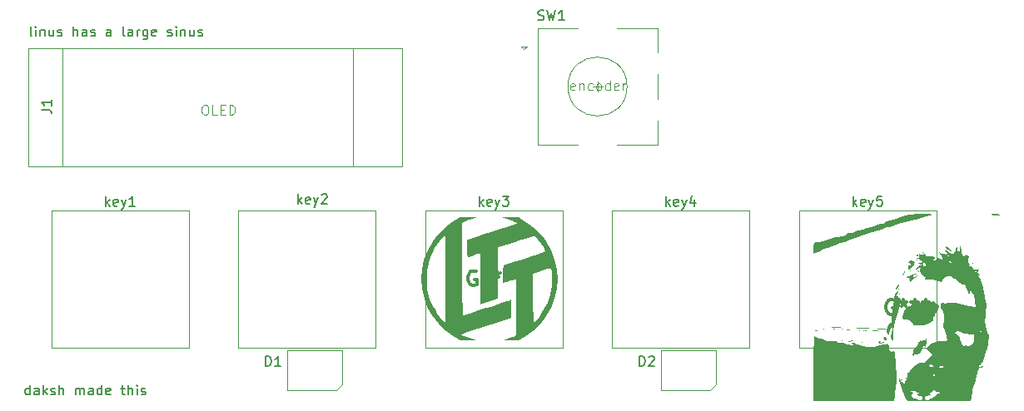
<source format=gbr>
%TF.GenerationSoftware,KiCad,Pcbnew,9.0.2*%
%TF.CreationDate,2025-05-28T17:01:59+05:30*%
%TF.ProjectId,linus_ide_toolbar,6c696e75-735f-4696-9465-5f746f6f6c62,rev?*%
%TF.SameCoordinates,Original*%
%TF.FileFunction,Legend,Top*%
%TF.FilePolarity,Positive*%
%FSLAX46Y46*%
G04 Gerber Fmt 4.6, Leading zero omitted, Abs format (unit mm)*
G04 Created by KiCad (PCBNEW 9.0.2) date 2025-05-28 17:01:59*
%MOMM*%
%LPD*%
G01*
G04 APERTURE LIST*
%ADD10C,0.150000*%
%ADD11C,0.100000*%
%ADD12C,0.300000*%
%ADD13C,0.040000*%
%ADD14C,0.120000*%
%ADD15C,0.000000*%
G04 APERTURE END LIST*
D10*
X73479636Y-83869819D02*
X73384398Y-83822200D01*
X73384398Y-83822200D02*
X73336779Y-83726961D01*
X73336779Y-83726961D02*
X73336779Y-82869819D01*
X73860589Y-83869819D02*
X73860589Y-83203152D01*
X73860589Y-82869819D02*
X73812970Y-82917438D01*
X73812970Y-82917438D02*
X73860589Y-82965057D01*
X73860589Y-82965057D02*
X73908208Y-82917438D01*
X73908208Y-82917438D02*
X73860589Y-82869819D01*
X73860589Y-82869819D02*
X73860589Y-82965057D01*
X74336779Y-83203152D02*
X74336779Y-83869819D01*
X74336779Y-83298390D02*
X74384398Y-83250771D01*
X74384398Y-83250771D02*
X74479636Y-83203152D01*
X74479636Y-83203152D02*
X74622493Y-83203152D01*
X74622493Y-83203152D02*
X74717731Y-83250771D01*
X74717731Y-83250771D02*
X74765350Y-83346009D01*
X74765350Y-83346009D02*
X74765350Y-83869819D01*
X75670112Y-83203152D02*
X75670112Y-83869819D01*
X75241541Y-83203152D02*
X75241541Y-83726961D01*
X75241541Y-83726961D02*
X75289160Y-83822200D01*
X75289160Y-83822200D02*
X75384398Y-83869819D01*
X75384398Y-83869819D02*
X75527255Y-83869819D01*
X75527255Y-83869819D02*
X75622493Y-83822200D01*
X75622493Y-83822200D02*
X75670112Y-83774580D01*
X76098684Y-83822200D02*
X76193922Y-83869819D01*
X76193922Y-83869819D02*
X76384398Y-83869819D01*
X76384398Y-83869819D02*
X76479636Y-83822200D01*
X76479636Y-83822200D02*
X76527255Y-83726961D01*
X76527255Y-83726961D02*
X76527255Y-83679342D01*
X76527255Y-83679342D02*
X76479636Y-83584104D01*
X76479636Y-83584104D02*
X76384398Y-83536485D01*
X76384398Y-83536485D02*
X76241541Y-83536485D01*
X76241541Y-83536485D02*
X76146303Y-83488866D01*
X76146303Y-83488866D02*
X76098684Y-83393628D01*
X76098684Y-83393628D02*
X76098684Y-83346009D01*
X76098684Y-83346009D02*
X76146303Y-83250771D01*
X76146303Y-83250771D02*
X76241541Y-83203152D01*
X76241541Y-83203152D02*
X76384398Y-83203152D01*
X76384398Y-83203152D02*
X76479636Y-83250771D01*
X77717732Y-83869819D02*
X77717732Y-82869819D01*
X78146303Y-83869819D02*
X78146303Y-83346009D01*
X78146303Y-83346009D02*
X78098684Y-83250771D01*
X78098684Y-83250771D02*
X78003446Y-83203152D01*
X78003446Y-83203152D02*
X77860589Y-83203152D01*
X77860589Y-83203152D02*
X77765351Y-83250771D01*
X77765351Y-83250771D02*
X77717732Y-83298390D01*
X79051065Y-83869819D02*
X79051065Y-83346009D01*
X79051065Y-83346009D02*
X79003446Y-83250771D01*
X79003446Y-83250771D02*
X78908208Y-83203152D01*
X78908208Y-83203152D02*
X78717732Y-83203152D01*
X78717732Y-83203152D02*
X78622494Y-83250771D01*
X79051065Y-83822200D02*
X78955827Y-83869819D01*
X78955827Y-83869819D02*
X78717732Y-83869819D01*
X78717732Y-83869819D02*
X78622494Y-83822200D01*
X78622494Y-83822200D02*
X78574875Y-83726961D01*
X78574875Y-83726961D02*
X78574875Y-83631723D01*
X78574875Y-83631723D02*
X78622494Y-83536485D01*
X78622494Y-83536485D02*
X78717732Y-83488866D01*
X78717732Y-83488866D02*
X78955827Y-83488866D01*
X78955827Y-83488866D02*
X79051065Y-83441247D01*
X79479637Y-83822200D02*
X79574875Y-83869819D01*
X79574875Y-83869819D02*
X79765351Y-83869819D01*
X79765351Y-83869819D02*
X79860589Y-83822200D01*
X79860589Y-83822200D02*
X79908208Y-83726961D01*
X79908208Y-83726961D02*
X79908208Y-83679342D01*
X79908208Y-83679342D02*
X79860589Y-83584104D01*
X79860589Y-83584104D02*
X79765351Y-83536485D01*
X79765351Y-83536485D02*
X79622494Y-83536485D01*
X79622494Y-83536485D02*
X79527256Y-83488866D01*
X79527256Y-83488866D02*
X79479637Y-83393628D01*
X79479637Y-83393628D02*
X79479637Y-83346009D01*
X79479637Y-83346009D02*
X79527256Y-83250771D01*
X79527256Y-83250771D02*
X79622494Y-83203152D01*
X79622494Y-83203152D02*
X79765351Y-83203152D01*
X79765351Y-83203152D02*
X79860589Y-83250771D01*
X81527256Y-83869819D02*
X81527256Y-83346009D01*
X81527256Y-83346009D02*
X81479637Y-83250771D01*
X81479637Y-83250771D02*
X81384399Y-83203152D01*
X81384399Y-83203152D02*
X81193923Y-83203152D01*
X81193923Y-83203152D02*
X81098685Y-83250771D01*
X81527256Y-83822200D02*
X81432018Y-83869819D01*
X81432018Y-83869819D02*
X81193923Y-83869819D01*
X81193923Y-83869819D02*
X81098685Y-83822200D01*
X81098685Y-83822200D02*
X81051066Y-83726961D01*
X81051066Y-83726961D02*
X81051066Y-83631723D01*
X81051066Y-83631723D02*
X81098685Y-83536485D01*
X81098685Y-83536485D02*
X81193923Y-83488866D01*
X81193923Y-83488866D02*
X81432018Y-83488866D01*
X81432018Y-83488866D02*
X81527256Y-83441247D01*
X82908209Y-83869819D02*
X82812971Y-83822200D01*
X82812971Y-83822200D02*
X82765352Y-83726961D01*
X82765352Y-83726961D02*
X82765352Y-82869819D01*
X83717733Y-83869819D02*
X83717733Y-83346009D01*
X83717733Y-83346009D02*
X83670114Y-83250771D01*
X83670114Y-83250771D02*
X83574876Y-83203152D01*
X83574876Y-83203152D02*
X83384400Y-83203152D01*
X83384400Y-83203152D02*
X83289162Y-83250771D01*
X83717733Y-83822200D02*
X83622495Y-83869819D01*
X83622495Y-83869819D02*
X83384400Y-83869819D01*
X83384400Y-83869819D02*
X83289162Y-83822200D01*
X83289162Y-83822200D02*
X83241543Y-83726961D01*
X83241543Y-83726961D02*
X83241543Y-83631723D01*
X83241543Y-83631723D02*
X83289162Y-83536485D01*
X83289162Y-83536485D02*
X83384400Y-83488866D01*
X83384400Y-83488866D02*
X83622495Y-83488866D01*
X83622495Y-83488866D02*
X83717733Y-83441247D01*
X84193924Y-83869819D02*
X84193924Y-83203152D01*
X84193924Y-83393628D02*
X84241543Y-83298390D01*
X84241543Y-83298390D02*
X84289162Y-83250771D01*
X84289162Y-83250771D02*
X84384400Y-83203152D01*
X84384400Y-83203152D02*
X84479638Y-83203152D01*
X85241543Y-83203152D02*
X85241543Y-84012676D01*
X85241543Y-84012676D02*
X85193924Y-84107914D01*
X85193924Y-84107914D02*
X85146305Y-84155533D01*
X85146305Y-84155533D02*
X85051067Y-84203152D01*
X85051067Y-84203152D02*
X84908210Y-84203152D01*
X84908210Y-84203152D02*
X84812972Y-84155533D01*
X85241543Y-83822200D02*
X85146305Y-83869819D01*
X85146305Y-83869819D02*
X84955829Y-83869819D01*
X84955829Y-83869819D02*
X84860591Y-83822200D01*
X84860591Y-83822200D02*
X84812972Y-83774580D01*
X84812972Y-83774580D02*
X84765353Y-83679342D01*
X84765353Y-83679342D02*
X84765353Y-83393628D01*
X84765353Y-83393628D02*
X84812972Y-83298390D01*
X84812972Y-83298390D02*
X84860591Y-83250771D01*
X84860591Y-83250771D02*
X84955829Y-83203152D01*
X84955829Y-83203152D02*
X85146305Y-83203152D01*
X85146305Y-83203152D02*
X85241543Y-83250771D01*
X86098686Y-83822200D02*
X86003448Y-83869819D01*
X86003448Y-83869819D02*
X85812972Y-83869819D01*
X85812972Y-83869819D02*
X85717734Y-83822200D01*
X85717734Y-83822200D02*
X85670115Y-83726961D01*
X85670115Y-83726961D02*
X85670115Y-83346009D01*
X85670115Y-83346009D02*
X85717734Y-83250771D01*
X85717734Y-83250771D02*
X85812972Y-83203152D01*
X85812972Y-83203152D02*
X86003448Y-83203152D01*
X86003448Y-83203152D02*
X86098686Y-83250771D01*
X86098686Y-83250771D02*
X86146305Y-83346009D01*
X86146305Y-83346009D02*
X86146305Y-83441247D01*
X86146305Y-83441247D02*
X85670115Y-83536485D01*
X87289163Y-83822200D02*
X87384401Y-83869819D01*
X87384401Y-83869819D02*
X87574877Y-83869819D01*
X87574877Y-83869819D02*
X87670115Y-83822200D01*
X87670115Y-83822200D02*
X87717734Y-83726961D01*
X87717734Y-83726961D02*
X87717734Y-83679342D01*
X87717734Y-83679342D02*
X87670115Y-83584104D01*
X87670115Y-83584104D02*
X87574877Y-83536485D01*
X87574877Y-83536485D02*
X87432020Y-83536485D01*
X87432020Y-83536485D02*
X87336782Y-83488866D01*
X87336782Y-83488866D02*
X87289163Y-83393628D01*
X87289163Y-83393628D02*
X87289163Y-83346009D01*
X87289163Y-83346009D02*
X87336782Y-83250771D01*
X87336782Y-83250771D02*
X87432020Y-83203152D01*
X87432020Y-83203152D02*
X87574877Y-83203152D01*
X87574877Y-83203152D02*
X87670115Y-83250771D01*
X88146306Y-83869819D02*
X88146306Y-83203152D01*
X88146306Y-82869819D02*
X88098687Y-82917438D01*
X88098687Y-82917438D02*
X88146306Y-82965057D01*
X88146306Y-82965057D02*
X88193925Y-82917438D01*
X88193925Y-82917438D02*
X88146306Y-82869819D01*
X88146306Y-82869819D02*
X88146306Y-82965057D01*
X88622496Y-83203152D02*
X88622496Y-83869819D01*
X88622496Y-83298390D02*
X88670115Y-83250771D01*
X88670115Y-83250771D02*
X88765353Y-83203152D01*
X88765353Y-83203152D02*
X88908210Y-83203152D01*
X88908210Y-83203152D02*
X89003448Y-83250771D01*
X89003448Y-83250771D02*
X89051067Y-83346009D01*
X89051067Y-83346009D02*
X89051067Y-83869819D01*
X89955829Y-83203152D02*
X89955829Y-83869819D01*
X89527258Y-83203152D02*
X89527258Y-83726961D01*
X89527258Y-83726961D02*
X89574877Y-83822200D01*
X89574877Y-83822200D02*
X89670115Y-83869819D01*
X89670115Y-83869819D02*
X89812972Y-83869819D01*
X89812972Y-83869819D02*
X89908210Y-83822200D01*
X89908210Y-83822200D02*
X89955829Y-83774580D01*
X90384401Y-83822200D02*
X90479639Y-83869819D01*
X90479639Y-83869819D02*
X90670115Y-83869819D01*
X90670115Y-83869819D02*
X90765353Y-83822200D01*
X90765353Y-83822200D02*
X90812972Y-83726961D01*
X90812972Y-83726961D02*
X90812972Y-83679342D01*
X90812972Y-83679342D02*
X90765353Y-83584104D01*
X90765353Y-83584104D02*
X90670115Y-83536485D01*
X90670115Y-83536485D02*
X90527258Y-83536485D01*
X90527258Y-83536485D02*
X90432020Y-83488866D01*
X90432020Y-83488866D02*
X90384401Y-83393628D01*
X90384401Y-83393628D02*
X90384401Y-83346009D01*
X90384401Y-83346009D02*
X90432020Y-83250771D01*
X90432020Y-83250771D02*
X90527258Y-83203152D01*
X90527258Y-83203152D02*
X90670115Y-83203152D01*
X90670115Y-83203152D02*
X90765353Y-83250771D01*
D11*
X128684836Y-89324800D02*
X128589598Y-89372419D01*
X128589598Y-89372419D02*
X128399122Y-89372419D01*
X128399122Y-89372419D02*
X128303884Y-89324800D01*
X128303884Y-89324800D02*
X128256265Y-89229561D01*
X128256265Y-89229561D02*
X128256265Y-88848609D01*
X128256265Y-88848609D02*
X128303884Y-88753371D01*
X128303884Y-88753371D02*
X128399122Y-88705752D01*
X128399122Y-88705752D02*
X128589598Y-88705752D01*
X128589598Y-88705752D02*
X128684836Y-88753371D01*
X128684836Y-88753371D02*
X128732455Y-88848609D01*
X128732455Y-88848609D02*
X128732455Y-88943847D01*
X128732455Y-88943847D02*
X128256265Y-89039085D01*
X129161027Y-88705752D02*
X129161027Y-89372419D01*
X129161027Y-88800990D02*
X129208646Y-88753371D01*
X129208646Y-88753371D02*
X129303884Y-88705752D01*
X129303884Y-88705752D02*
X129446741Y-88705752D01*
X129446741Y-88705752D02*
X129541979Y-88753371D01*
X129541979Y-88753371D02*
X129589598Y-88848609D01*
X129589598Y-88848609D02*
X129589598Y-89372419D01*
X130494360Y-89324800D02*
X130399122Y-89372419D01*
X130399122Y-89372419D02*
X130208646Y-89372419D01*
X130208646Y-89372419D02*
X130113408Y-89324800D01*
X130113408Y-89324800D02*
X130065789Y-89277180D01*
X130065789Y-89277180D02*
X130018170Y-89181942D01*
X130018170Y-89181942D02*
X130018170Y-88896228D01*
X130018170Y-88896228D02*
X130065789Y-88800990D01*
X130065789Y-88800990D02*
X130113408Y-88753371D01*
X130113408Y-88753371D02*
X130208646Y-88705752D01*
X130208646Y-88705752D02*
X130399122Y-88705752D01*
X130399122Y-88705752D02*
X130494360Y-88753371D01*
X131065789Y-89372419D02*
X130970551Y-89324800D01*
X130970551Y-89324800D02*
X130922932Y-89277180D01*
X130922932Y-89277180D02*
X130875313Y-89181942D01*
X130875313Y-89181942D02*
X130875313Y-88896228D01*
X130875313Y-88896228D02*
X130922932Y-88800990D01*
X130922932Y-88800990D02*
X130970551Y-88753371D01*
X130970551Y-88753371D02*
X131065789Y-88705752D01*
X131065789Y-88705752D02*
X131208646Y-88705752D01*
X131208646Y-88705752D02*
X131303884Y-88753371D01*
X131303884Y-88753371D02*
X131351503Y-88800990D01*
X131351503Y-88800990D02*
X131399122Y-88896228D01*
X131399122Y-88896228D02*
X131399122Y-89181942D01*
X131399122Y-89181942D02*
X131351503Y-89277180D01*
X131351503Y-89277180D02*
X131303884Y-89324800D01*
X131303884Y-89324800D02*
X131208646Y-89372419D01*
X131208646Y-89372419D02*
X131065789Y-89372419D01*
X132256265Y-89372419D02*
X132256265Y-88372419D01*
X132256265Y-89324800D02*
X132161027Y-89372419D01*
X132161027Y-89372419D02*
X131970551Y-89372419D01*
X131970551Y-89372419D02*
X131875313Y-89324800D01*
X131875313Y-89324800D02*
X131827694Y-89277180D01*
X131827694Y-89277180D02*
X131780075Y-89181942D01*
X131780075Y-89181942D02*
X131780075Y-88896228D01*
X131780075Y-88896228D02*
X131827694Y-88800990D01*
X131827694Y-88800990D02*
X131875313Y-88753371D01*
X131875313Y-88753371D02*
X131970551Y-88705752D01*
X131970551Y-88705752D02*
X132161027Y-88705752D01*
X132161027Y-88705752D02*
X132256265Y-88753371D01*
X133113408Y-89324800D02*
X133018170Y-89372419D01*
X133018170Y-89372419D02*
X132827694Y-89372419D01*
X132827694Y-89372419D02*
X132732456Y-89324800D01*
X132732456Y-89324800D02*
X132684837Y-89229561D01*
X132684837Y-89229561D02*
X132684837Y-88848609D01*
X132684837Y-88848609D02*
X132732456Y-88753371D01*
X132732456Y-88753371D02*
X132827694Y-88705752D01*
X132827694Y-88705752D02*
X133018170Y-88705752D01*
X133018170Y-88705752D02*
X133113408Y-88753371D01*
X133113408Y-88753371D02*
X133161027Y-88848609D01*
X133161027Y-88848609D02*
X133161027Y-88943847D01*
X133161027Y-88943847D02*
X132684837Y-89039085D01*
X133589599Y-89372419D02*
X133589599Y-88705752D01*
X133589599Y-88896228D02*
X133637218Y-88800990D01*
X133637218Y-88800990D02*
X133684837Y-88753371D01*
X133684837Y-88753371D02*
X133780075Y-88705752D01*
X133780075Y-88705752D02*
X133875313Y-88705752D01*
X90994360Y-90872419D02*
X91184836Y-90872419D01*
X91184836Y-90872419D02*
X91280074Y-90920038D01*
X91280074Y-90920038D02*
X91375312Y-91015276D01*
X91375312Y-91015276D02*
X91422931Y-91205752D01*
X91422931Y-91205752D02*
X91422931Y-91539085D01*
X91422931Y-91539085D02*
X91375312Y-91729561D01*
X91375312Y-91729561D02*
X91280074Y-91824800D01*
X91280074Y-91824800D02*
X91184836Y-91872419D01*
X91184836Y-91872419D02*
X90994360Y-91872419D01*
X90994360Y-91872419D02*
X90899122Y-91824800D01*
X90899122Y-91824800D02*
X90803884Y-91729561D01*
X90803884Y-91729561D02*
X90756265Y-91539085D01*
X90756265Y-91539085D02*
X90756265Y-91205752D01*
X90756265Y-91205752D02*
X90803884Y-91015276D01*
X90803884Y-91015276D02*
X90899122Y-90920038D01*
X90899122Y-90920038D02*
X90994360Y-90872419D01*
X92327693Y-91872419D02*
X91851503Y-91872419D01*
X91851503Y-91872419D02*
X91851503Y-90872419D01*
X92661027Y-91348609D02*
X92994360Y-91348609D01*
X93137217Y-91872419D02*
X92661027Y-91872419D01*
X92661027Y-91872419D02*
X92661027Y-90872419D01*
X92661027Y-90872419D02*
X93137217Y-90872419D01*
X93565789Y-91872419D02*
X93565789Y-90872419D01*
X93565789Y-90872419D02*
X93803884Y-90872419D01*
X93803884Y-90872419D02*
X93946741Y-90920038D01*
X93946741Y-90920038D02*
X94041979Y-91015276D01*
X94041979Y-91015276D02*
X94089598Y-91110514D01*
X94089598Y-91110514D02*
X94137217Y-91300990D01*
X94137217Y-91300990D02*
X94137217Y-91443847D01*
X94137217Y-91443847D02*
X94089598Y-91634323D01*
X94089598Y-91634323D02*
X94041979Y-91729561D01*
X94041979Y-91729561D02*
X93946741Y-91824800D01*
X93946741Y-91824800D02*
X93803884Y-91872419D01*
X93803884Y-91872419D02*
X93565789Y-91872419D01*
D10*
X73265350Y-120369819D02*
X73265350Y-119369819D01*
X73265350Y-120322200D02*
X73170112Y-120369819D01*
X73170112Y-120369819D02*
X72979636Y-120369819D01*
X72979636Y-120369819D02*
X72884398Y-120322200D01*
X72884398Y-120322200D02*
X72836779Y-120274580D01*
X72836779Y-120274580D02*
X72789160Y-120179342D01*
X72789160Y-120179342D02*
X72789160Y-119893628D01*
X72789160Y-119893628D02*
X72836779Y-119798390D01*
X72836779Y-119798390D02*
X72884398Y-119750771D01*
X72884398Y-119750771D02*
X72979636Y-119703152D01*
X72979636Y-119703152D02*
X73170112Y-119703152D01*
X73170112Y-119703152D02*
X73265350Y-119750771D01*
X74170112Y-120369819D02*
X74170112Y-119846009D01*
X74170112Y-119846009D02*
X74122493Y-119750771D01*
X74122493Y-119750771D02*
X74027255Y-119703152D01*
X74027255Y-119703152D02*
X73836779Y-119703152D01*
X73836779Y-119703152D02*
X73741541Y-119750771D01*
X74170112Y-120322200D02*
X74074874Y-120369819D01*
X74074874Y-120369819D02*
X73836779Y-120369819D01*
X73836779Y-120369819D02*
X73741541Y-120322200D01*
X73741541Y-120322200D02*
X73693922Y-120226961D01*
X73693922Y-120226961D02*
X73693922Y-120131723D01*
X73693922Y-120131723D02*
X73741541Y-120036485D01*
X73741541Y-120036485D02*
X73836779Y-119988866D01*
X73836779Y-119988866D02*
X74074874Y-119988866D01*
X74074874Y-119988866D02*
X74170112Y-119941247D01*
X74646303Y-120369819D02*
X74646303Y-119369819D01*
X74741541Y-119988866D02*
X75027255Y-120369819D01*
X75027255Y-119703152D02*
X74646303Y-120084104D01*
X75408208Y-120322200D02*
X75503446Y-120369819D01*
X75503446Y-120369819D02*
X75693922Y-120369819D01*
X75693922Y-120369819D02*
X75789160Y-120322200D01*
X75789160Y-120322200D02*
X75836779Y-120226961D01*
X75836779Y-120226961D02*
X75836779Y-120179342D01*
X75836779Y-120179342D02*
X75789160Y-120084104D01*
X75789160Y-120084104D02*
X75693922Y-120036485D01*
X75693922Y-120036485D02*
X75551065Y-120036485D01*
X75551065Y-120036485D02*
X75455827Y-119988866D01*
X75455827Y-119988866D02*
X75408208Y-119893628D01*
X75408208Y-119893628D02*
X75408208Y-119846009D01*
X75408208Y-119846009D02*
X75455827Y-119750771D01*
X75455827Y-119750771D02*
X75551065Y-119703152D01*
X75551065Y-119703152D02*
X75693922Y-119703152D01*
X75693922Y-119703152D02*
X75789160Y-119750771D01*
X76265351Y-120369819D02*
X76265351Y-119369819D01*
X76693922Y-120369819D02*
X76693922Y-119846009D01*
X76693922Y-119846009D02*
X76646303Y-119750771D01*
X76646303Y-119750771D02*
X76551065Y-119703152D01*
X76551065Y-119703152D02*
X76408208Y-119703152D01*
X76408208Y-119703152D02*
X76312970Y-119750771D01*
X76312970Y-119750771D02*
X76265351Y-119798390D01*
X77932018Y-120369819D02*
X77932018Y-119703152D01*
X77932018Y-119798390D02*
X77979637Y-119750771D01*
X77979637Y-119750771D02*
X78074875Y-119703152D01*
X78074875Y-119703152D02*
X78217732Y-119703152D01*
X78217732Y-119703152D02*
X78312970Y-119750771D01*
X78312970Y-119750771D02*
X78360589Y-119846009D01*
X78360589Y-119846009D02*
X78360589Y-120369819D01*
X78360589Y-119846009D02*
X78408208Y-119750771D01*
X78408208Y-119750771D02*
X78503446Y-119703152D01*
X78503446Y-119703152D02*
X78646303Y-119703152D01*
X78646303Y-119703152D02*
X78741542Y-119750771D01*
X78741542Y-119750771D02*
X78789161Y-119846009D01*
X78789161Y-119846009D02*
X78789161Y-120369819D01*
X79693922Y-120369819D02*
X79693922Y-119846009D01*
X79693922Y-119846009D02*
X79646303Y-119750771D01*
X79646303Y-119750771D02*
X79551065Y-119703152D01*
X79551065Y-119703152D02*
X79360589Y-119703152D01*
X79360589Y-119703152D02*
X79265351Y-119750771D01*
X79693922Y-120322200D02*
X79598684Y-120369819D01*
X79598684Y-120369819D02*
X79360589Y-120369819D01*
X79360589Y-120369819D02*
X79265351Y-120322200D01*
X79265351Y-120322200D02*
X79217732Y-120226961D01*
X79217732Y-120226961D02*
X79217732Y-120131723D01*
X79217732Y-120131723D02*
X79265351Y-120036485D01*
X79265351Y-120036485D02*
X79360589Y-119988866D01*
X79360589Y-119988866D02*
X79598684Y-119988866D01*
X79598684Y-119988866D02*
X79693922Y-119941247D01*
X80598684Y-120369819D02*
X80598684Y-119369819D01*
X80598684Y-120322200D02*
X80503446Y-120369819D01*
X80503446Y-120369819D02*
X80312970Y-120369819D01*
X80312970Y-120369819D02*
X80217732Y-120322200D01*
X80217732Y-120322200D02*
X80170113Y-120274580D01*
X80170113Y-120274580D02*
X80122494Y-120179342D01*
X80122494Y-120179342D02*
X80122494Y-119893628D01*
X80122494Y-119893628D02*
X80170113Y-119798390D01*
X80170113Y-119798390D02*
X80217732Y-119750771D01*
X80217732Y-119750771D02*
X80312970Y-119703152D01*
X80312970Y-119703152D02*
X80503446Y-119703152D01*
X80503446Y-119703152D02*
X80598684Y-119750771D01*
X81455827Y-120322200D02*
X81360589Y-120369819D01*
X81360589Y-120369819D02*
X81170113Y-120369819D01*
X81170113Y-120369819D02*
X81074875Y-120322200D01*
X81074875Y-120322200D02*
X81027256Y-120226961D01*
X81027256Y-120226961D02*
X81027256Y-119846009D01*
X81027256Y-119846009D02*
X81074875Y-119750771D01*
X81074875Y-119750771D02*
X81170113Y-119703152D01*
X81170113Y-119703152D02*
X81360589Y-119703152D01*
X81360589Y-119703152D02*
X81455827Y-119750771D01*
X81455827Y-119750771D02*
X81503446Y-119846009D01*
X81503446Y-119846009D02*
X81503446Y-119941247D01*
X81503446Y-119941247D02*
X81027256Y-120036485D01*
X82551066Y-119703152D02*
X82932018Y-119703152D01*
X82693923Y-119369819D02*
X82693923Y-120226961D01*
X82693923Y-120226961D02*
X82741542Y-120322200D01*
X82741542Y-120322200D02*
X82836780Y-120369819D01*
X82836780Y-120369819D02*
X82932018Y-120369819D01*
X83265352Y-120369819D02*
X83265352Y-119369819D01*
X83693923Y-120369819D02*
X83693923Y-119846009D01*
X83693923Y-119846009D02*
X83646304Y-119750771D01*
X83646304Y-119750771D02*
X83551066Y-119703152D01*
X83551066Y-119703152D02*
X83408209Y-119703152D01*
X83408209Y-119703152D02*
X83312971Y-119750771D01*
X83312971Y-119750771D02*
X83265352Y-119798390D01*
X84170114Y-120369819D02*
X84170114Y-119703152D01*
X84170114Y-119369819D02*
X84122495Y-119417438D01*
X84122495Y-119417438D02*
X84170114Y-119465057D01*
X84170114Y-119465057D02*
X84217733Y-119417438D01*
X84217733Y-119417438D02*
X84170114Y-119369819D01*
X84170114Y-119369819D02*
X84170114Y-119465057D01*
X84598685Y-120322200D02*
X84693923Y-120369819D01*
X84693923Y-120369819D02*
X84884399Y-120369819D01*
X84884399Y-120369819D02*
X84979637Y-120322200D01*
X84979637Y-120322200D02*
X85027256Y-120226961D01*
X85027256Y-120226961D02*
X85027256Y-120179342D01*
X85027256Y-120179342D02*
X84979637Y-120084104D01*
X84979637Y-120084104D02*
X84884399Y-120036485D01*
X84884399Y-120036485D02*
X84741542Y-120036485D01*
X84741542Y-120036485D02*
X84646304Y-119988866D01*
X84646304Y-119988866D02*
X84598685Y-119893628D01*
X84598685Y-119893628D02*
X84598685Y-119846009D01*
X84598685Y-119846009D02*
X84646304Y-119750771D01*
X84646304Y-119750771D02*
X84741542Y-119703152D01*
X84741542Y-119703152D02*
X84884399Y-119703152D01*
X84884399Y-119703152D02*
X84979637Y-119750771D01*
X100547619Y-100954819D02*
X100547619Y-99954819D01*
X100642857Y-100573866D02*
X100928571Y-100954819D01*
X100928571Y-100288152D02*
X100547619Y-100669104D01*
X101738095Y-100907200D02*
X101642857Y-100954819D01*
X101642857Y-100954819D02*
X101452381Y-100954819D01*
X101452381Y-100954819D02*
X101357143Y-100907200D01*
X101357143Y-100907200D02*
X101309524Y-100811961D01*
X101309524Y-100811961D02*
X101309524Y-100431009D01*
X101309524Y-100431009D02*
X101357143Y-100335771D01*
X101357143Y-100335771D02*
X101452381Y-100288152D01*
X101452381Y-100288152D02*
X101642857Y-100288152D01*
X101642857Y-100288152D02*
X101738095Y-100335771D01*
X101738095Y-100335771D02*
X101785714Y-100431009D01*
X101785714Y-100431009D02*
X101785714Y-100526247D01*
X101785714Y-100526247D02*
X101309524Y-100621485D01*
X102119048Y-100288152D02*
X102357143Y-100954819D01*
X102595238Y-100288152D02*
X102357143Y-100954819D01*
X102357143Y-100954819D02*
X102261905Y-101192914D01*
X102261905Y-101192914D02*
X102214286Y-101240533D01*
X102214286Y-101240533D02*
X102119048Y-101288152D01*
X102928572Y-100050057D02*
X102976191Y-100002438D01*
X102976191Y-100002438D02*
X103071429Y-99954819D01*
X103071429Y-99954819D02*
X103309524Y-99954819D01*
X103309524Y-99954819D02*
X103404762Y-100002438D01*
X103404762Y-100002438D02*
X103452381Y-100050057D01*
X103452381Y-100050057D02*
X103500000Y-100145295D01*
X103500000Y-100145295D02*
X103500000Y-100240533D01*
X103500000Y-100240533D02*
X103452381Y-100383390D01*
X103452381Y-100383390D02*
X102880953Y-100954819D01*
X102880953Y-100954819D02*
X103500000Y-100954819D01*
X74469819Y-91358333D02*
X75184104Y-91358333D01*
X75184104Y-91358333D02*
X75326961Y-91405952D01*
X75326961Y-91405952D02*
X75422200Y-91501190D01*
X75422200Y-91501190D02*
X75469819Y-91644047D01*
X75469819Y-91644047D02*
X75469819Y-91739285D01*
X75469819Y-90358333D02*
X75469819Y-90929761D01*
X75469819Y-90644047D02*
X74469819Y-90644047D01*
X74469819Y-90644047D02*
X74612676Y-90739285D01*
X74612676Y-90739285D02*
X74707914Y-90834523D01*
X74707914Y-90834523D02*
X74755533Y-90929761D01*
D12*
X118678572Y-107829757D02*
X118535715Y-107758328D01*
X118535715Y-107758328D02*
X118321429Y-107758328D01*
X118321429Y-107758328D02*
X118107143Y-107829757D01*
X118107143Y-107829757D02*
X117964286Y-107972614D01*
X117964286Y-107972614D02*
X117892857Y-108115471D01*
X117892857Y-108115471D02*
X117821429Y-108401185D01*
X117821429Y-108401185D02*
X117821429Y-108615471D01*
X117821429Y-108615471D02*
X117892857Y-108901185D01*
X117892857Y-108901185D02*
X117964286Y-109044042D01*
X117964286Y-109044042D02*
X118107143Y-109186900D01*
X118107143Y-109186900D02*
X118321429Y-109258328D01*
X118321429Y-109258328D02*
X118464286Y-109258328D01*
X118464286Y-109258328D02*
X118678572Y-109186900D01*
X118678572Y-109186900D02*
X118750000Y-109115471D01*
X118750000Y-109115471D02*
X118750000Y-108615471D01*
X118750000Y-108615471D02*
X118464286Y-108615471D01*
X119607143Y-107758328D02*
X119607143Y-108115471D01*
X119250000Y-107972614D02*
X119607143Y-108115471D01*
X119607143Y-108115471D02*
X119964286Y-107972614D01*
X119392857Y-108401185D02*
X119607143Y-108115471D01*
X119607143Y-108115471D02*
X119821429Y-108401185D01*
X120750000Y-107758328D02*
X120750000Y-108115471D01*
X120392857Y-107972614D02*
X120750000Y-108115471D01*
X120750000Y-108115471D02*
X121107143Y-107972614D01*
X120535714Y-108401185D02*
X120750000Y-108115471D01*
X120750000Y-108115471D02*
X120964286Y-108401185D01*
X121892857Y-107758328D02*
X121892857Y-108115471D01*
X121535714Y-107972614D02*
X121892857Y-108115471D01*
X121892857Y-108115471D02*
X122250000Y-107972614D01*
X121678571Y-108401185D02*
X121892857Y-108115471D01*
X121892857Y-108115471D02*
X122107143Y-108401185D01*
D10*
X81007619Y-101160819D02*
X81007619Y-100160819D01*
X81102857Y-100779866D02*
X81388571Y-101160819D01*
X81388571Y-100494152D02*
X81007619Y-100875104D01*
X82198095Y-101113200D02*
X82102857Y-101160819D01*
X82102857Y-101160819D02*
X81912381Y-101160819D01*
X81912381Y-101160819D02*
X81817143Y-101113200D01*
X81817143Y-101113200D02*
X81769524Y-101017961D01*
X81769524Y-101017961D02*
X81769524Y-100637009D01*
X81769524Y-100637009D02*
X81817143Y-100541771D01*
X81817143Y-100541771D02*
X81912381Y-100494152D01*
X81912381Y-100494152D02*
X82102857Y-100494152D01*
X82102857Y-100494152D02*
X82198095Y-100541771D01*
X82198095Y-100541771D02*
X82245714Y-100637009D01*
X82245714Y-100637009D02*
X82245714Y-100732247D01*
X82245714Y-100732247D02*
X81769524Y-100827485D01*
X82579048Y-100494152D02*
X82817143Y-101160819D01*
X83055238Y-100494152D02*
X82817143Y-101160819D01*
X82817143Y-101160819D02*
X82721905Y-101398914D01*
X82721905Y-101398914D02*
X82674286Y-101446533D01*
X82674286Y-101446533D02*
X82579048Y-101494152D01*
X83960000Y-101160819D02*
X83388572Y-101160819D01*
X83674286Y-101160819D02*
X83674286Y-100160819D01*
X83674286Y-100160819D02*
X83579048Y-100303676D01*
X83579048Y-100303676D02*
X83483810Y-100398914D01*
X83483810Y-100398914D02*
X83388572Y-100446533D01*
X157007619Y-101160819D02*
X157007619Y-100160819D01*
X157102857Y-100779866D02*
X157388571Y-101160819D01*
X157388571Y-100494152D02*
X157007619Y-100875104D01*
X158198095Y-101113200D02*
X158102857Y-101160819D01*
X158102857Y-101160819D02*
X157912381Y-101160819D01*
X157912381Y-101160819D02*
X157817143Y-101113200D01*
X157817143Y-101113200D02*
X157769524Y-101017961D01*
X157769524Y-101017961D02*
X157769524Y-100637009D01*
X157769524Y-100637009D02*
X157817143Y-100541771D01*
X157817143Y-100541771D02*
X157912381Y-100494152D01*
X157912381Y-100494152D02*
X158102857Y-100494152D01*
X158102857Y-100494152D02*
X158198095Y-100541771D01*
X158198095Y-100541771D02*
X158245714Y-100637009D01*
X158245714Y-100637009D02*
X158245714Y-100732247D01*
X158245714Y-100732247D02*
X157769524Y-100827485D01*
X158579048Y-100494152D02*
X158817143Y-101160819D01*
X159055238Y-100494152D02*
X158817143Y-101160819D01*
X158817143Y-101160819D02*
X158721905Y-101398914D01*
X158721905Y-101398914D02*
X158674286Y-101446533D01*
X158674286Y-101446533D02*
X158579048Y-101494152D01*
X159912381Y-100160819D02*
X159436191Y-100160819D01*
X159436191Y-100160819D02*
X159388572Y-100637009D01*
X159388572Y-100637009D02*
X159436191Y-100589390D01*
X159436191Y-100589390D02*
X159531429Y-100541771D01*
X159531429Y-100541771D02*
X159769524Y-100541771D01*
X159769524Y-100541771D02*
X159864762Y-100589390D01*
X159864762Y-100589390D02*
X159912381Y-100637009D01*
X159912381Y-100637009D02*
X159960000Y-100732247D01*
X159960000Y-100732247D02*
X159960000Y-100970342D01*
X159960000Y-100970342D02*
X159912381Y-101065580D01*
X159912381Y-101065580D02*
X159864762Y-101113200D01*
X159864762Y-101113200D02*
X159769524Y-101160819D01*
X159769524Y-101160819D02*
X159531429Y-101160819D01*
X159531429Y-101160819D02*
X159436191Y-101113200D01*
X159436191Y-101113200D02*
X159388572Y-101065580D01*
X119007619Y-101160819D02*
X119007619Y-100160819D01*
X119102857Y-100779866D02*
X119388571Y-101160819D01*
X119388571Y-100494152D02*
X119007619Y-100875104D01*
X120198095Y-101113200D02*
X120102857Y-101160819D01*
X120102857Y-101160819D02*
X119912381Y-101160819D01*
X119912381Y-101160819D02*
X119817143Y-101113200D01*
X119817143Y-101113200D02*
X119769524Y-101017961D01*
X119769524Y-101017961D02*
X119769524Y-100637009D01*
X119769524Y-100637009D02*
X119817143Y-100541771D01*
X119817143Y-100541771D02*
X119912381Y-100494152D01*
X119912381Y-100494152D02*
X120102857Y-100494152D01*
X120102857Y-100494152D02*
X120198095Y-100541771D01*
X120198095Y-100541771D02*
X120245714Y-100637009D01*
X120245714Y-100637009D02*
X120245714Y-100732247D01*
X120245714Y-100732247D02*
X119769524Y-100827485D01*
X120579048Y-100494152D02*
X120817143Y-101160819D01*
X121055238Y-100494152D02*
X120817143Y-101160819D01*
X120817143Y-101160819D02*
X120721905Y-101398914D01*
X120721905Y-101398914D02*
X120674286Y-101446533D01*
X120674286Y-101446533D02*
X120579048Y-101494152D01*
X121340953Y-100160819D02*
X121960000Y-100160819D01*
X121960000Y-100160819D02*
X121626667Y-100541771D01*
X121626667Y-100541771D02*
X121769524Y-100541771D01*
X121769524Y-100541771D02*
X121864762Y-100589390D01*
X121864762Y-100589390D02*
X121912381Y-100637009D01*
X121912381Y-100637009D02*
X121960000Y-100732247D01*
X121960000Y-100732247D02*
X121960000Y-100970342D01*
X121960000Y-100970342D02*
X121912381Y-101065580D01*
X121912381Y-101065580D02*
X121864762Y-101113200D01*
X121864762Y-101113200D02*
X121769524Y-101160819D01*
X121769524Y-101160819D02*
X121483810Y-101160819D01*
X121483810Y-101160819D02*
X121388572Y-101113200D01*
X121388572Y-101113200D02*
X121340953Y-101065580D01*
X124966667Y-82207200D02*
X125109524Y-82254819D01*
X125109524Y-82254819D02*
X125347619Y-82254819D01*
X125347619Y-82254819D02*
X125442857Y-82207200D01*
X125442857Y-82207200D02*
X125490476Y-82159580D01*
X125490476Y-82159580D02*
X125538095Y-82064342D01*
X125538095Y-82064342D02*
X125538095Y-81969104D01*
X125538095Y-81969104D02*
X125490476Y-81873866D01*
X125490476Y-81873866D02*
X125442857Y-81826247D01*
X125442857Y-81826247D02*
X125347619Y-81778628D01*
X125347619Y-81778628D02*
X125157143Y-81731009D01*
X125157143Y-81731009D02*
X125061905Y-81683390D01*
X125061905Y-81683390D02*
X125014286Y-81635771D01*
X125014286Y-81635771D02*
X124966667Y-81540533D01*
X124966667Y-81540533D02*
X124966667Y-81445295D01*
X124966667Y-81445295D02*
X125014286Y-81350057D01*
X125014286Y-81350057D02*
X125061905Y-81302438D01*
X125061905Y-81302438D02*
X125157143Y-81254819D01*
X125157143Y-81254819D02*
X125395238Y-81254819D01*
X125395238Y-81254819D02*
X125538095Y-81302438D01*
X125871429Y-81254819D02*
X126109524Y-82254819D01*
X126109524Y-82254819D02*
X126300000Y-81540533D01*
X126300000Y-81540533D02*
X126490476Y-82254819D01*
X126490476Y-82254819D02*
X126728572Y-81254819D01*
X127633333Y-82254819D02*
X127061905Y-82254819D01*
X127347619Y-82254819D02*
X127347619Y-81254819D01*
X127347619Y-81254819D02*
X127252381Y-81397676D01*
X127252381Y-81397676D02*
X127157143Y-81492914D01*
X127157143Y-81492914D02*
X127061905Y-81540533D01*
D12*
X161178572Y-110749757D02*
X161035715Y-110678328D01*
X161035715Y-110678328D02*
X160821429Y-110678328D01*
X160821429Y-110678328D02*
X160607143Y-110749757D01*
X160607143Y-110749757D02*
X160464286Y-110892614D01*
X160464286Y-110892614D02*
X160392857Y-111035471D01*
X160392857Y-111035471D02*
X160321429Y-111321185D01*
X160321429Y-111321185D02*
X160321429Y-111535471D01*
X160321429Y-111535471D02*
X160392857Y-111821185D01*
X160392857Y-111821185D02*
X160464286Y-111964042D01*
X160464286Y-111964042D02*
X160607143Y-112106900D01*
X160607143Y-112106900D02*
X160821429Y-112178328D01*
X160821429Y-112178328D02*
X160964286Y-112178328D01*
X160964286Y-112178328D02*
X161178572Y-112106900D01*
X161178572Y-112106900D02*
X161250000Y-112035471D01*
X161250000Y-112035471D02*
X161250000Y-111535471D01*
X161250000Y-111535471D02*
X160964286Y-111535471D01*
X162107143Y-110678328D02*
X162107143Y-111035471D01*
X161750000Y-110892614D02*
X162107143Y-111035471D01*
X162107143Y-111035471D02*
X162464286Y-110892614D01*
X161892857Y-111321185D02*
X162107143Y-111035471D01*
X162107143Y-111035471D02*
X162321429Y-111321185D01*
X163250000Y-110678328D02*
X163250000Y-111035471D01*
X162892857Y-110892614D02*
X163250000Y-111035471D01*
X163250000Y-111035471D02*
X163607143Y-110892614D01*
X163035714Y-111321185D02*
X163250000Y-111035471D01*
X163250000Y-111035471D02*
X163464286Y-111321185D01*
X164392857Y-110678328D02*
X164392857Y-111035471D01*
X164035714Y-110892614D02*
X164392857Y-111035471D01*
X164392857Y-111035471D02*
X164750000Y-110892614D01*
X164178571Y-111321185D02*
X164392857Y-111035471D01*
X164392857Y-111035471D02*
X164607143Y-111321185D01*
D10*
X135261905Y-117454819D02*
X135261905Y-116454819D01*
X135261905Y-116454819D02*
X135500000Y-116454819D01*
X135500000Y-116454819D02*
X135642857Y-116502438D01*
X135642857Y-116502438D02*
X135738095Y-116597676D01*
X135738095Y-116597676D02*
X135785714Y-116692914D01*
X135785714Y-116692914D02*
X135833333Y-116883390D01*
X135833333Y-116883390D02*
X135833333Y-117026247D01*
X135833333Y-117026247D02*
X135785714Y-117216723D01*
X135785714Y-117216723D02*
X135738095Y-117311961D01*
X135738095Y-117311961D02*
X135642857Y-117407200D01*
X135642857Y-117407200D02*
X135500000Y-117454819D01*
X135500000Y-117454819D02*
X135261905Y-117454819D01*
X136214286Y-116550057D02*
X136261905Y-116502438D01*
X136261905Y-116502438D02*
X136357143Y-116454819D01*
X136357143Y-116454819D02*
X136595238Y-116454819D01*
X136595238Y-116454819D02*
X136690476Y-116502438D01*
X136690476Y-116502438D02*
X136738095Y-116550057D01*
X136738095Y-116550057D02*
X136785714Y-116645295D01*
X136785714Y-116645295D02*
X136785714Y-116740533D01*
X136785714Y-116740533D02*
X136738095Y-116883390D01*
X136738095Y-116883390D02*
X136166667Y-117454819D01*
X136166667Y-117454819D02*
X136785714Y-117454819D01*
X97261905Y-117454819D02*
X97261905Y-116454819D01*
X97261905Y-116454819D02*
X97500000Y-116454819D01*
X97500000Y-116454819D02*
X97642857Y-116502438D01*
X97642857Y-116502438D02*
X97738095Y-116597676D01*
X97738095Y-116597676D02*
X97785714Y-116692914D01*
X97785714Y-116692914D02*
X97833333Y-116883390D01*
X97833333Y-116883390D02*
X97833333Y-117026247D01*
X97833333Y-117026247D02*
X97785714Y-117216723D01*
X97785714Y-117216723D02*
X97738095Y-117311961D01*
X97738095Y-117311961D02*
X97642857Y-117407200D01*
X97642857Y-117407200D02*
X97500000Y-117454819D01*
X97500000Y-117454819D02*
X97261905Y-117454819D01*
X98785714Y-117454819D02*
X98214286Y-117454819D01*
X98500000Y-117454819D02*
X98500000Y-116454819D01*
X98500000Y-116454819D02*
X98404762Y-116597676D01*
X98404762Y-116597676D02*
X98309524Y-116692914D01*
X98309524Y-116692914D02*
X98214286Y-116740533D01*
X138007619Y-101160819D02*
X138007619Y-100160819D01*
X138102857Y-100779866D02*
X138388571Y-101160819D01*
X138388571Y-100494152D02*
X138007619Y-100875104D01*
X139198095Y-101113200D02*
X139102857Y-101160819D01*
X139102857Y-101160819D02*
X138912381Y-101160819D01*
X138912381Y-101160819D02*
X138817143Y-101113200D01*
X138817143Y-101113200D02*
X138769524Y-101017961D01*
X138769524Y-101017961D02*
X138769524Y-100637009D01*
X138769524Y-100637009D02*
X138817143Y-100541771D01*
X138817143Y-100541771D02*
X138912381Y-100494152D01*
X138912381Y-100494152D02*
X139102857Y-100494152D01*
X139102857Y-100494152D02*
X139198095Y-100541771D01*
X139198095Y-100541771D02*
X139245714Y-100637009D01*
X139245714Y-100637009D02*
X139245714Y-100732247D01*
X139245714Y-100732247D02*
X138769524Y-100827485D01*
X139579048Y-100494152D02*
X139817143Y-101160819D01*
X140055238Y-100494152D02*
X139817143Y-101160819D01*
X139817143Y-101160819D02*
X139721905Y-101398914D01*
X139721905Y-101398914D02*
X139674286Y-101446533D01*
X139674286Y-101446533D02*
X139579048Y-101494152D01*
X140864762Y-100494152D02*
X140864762Y-101160819D01*
X140626667Y-100113200D02*
X140388572Y-100827485D01*
X140388572Y-100827485D02*
X141007619Y-100827485D01*
D13*
%TO.C,J1*%
X73115000Y-85115000D02*
X73115000Y-97115000D01*
X73115000Y-97115000D02*
X111115000Y-97115000D01*
X76615000Y-85115000D02*
X76615000Y-97115000D01*
X106115000Y-85115000D02*
X106115000Y-97115000D01*
X111115000Y-85115000D02*
X73115000Y-85115000D01*
X111115000Y-97115000D02*
X111115000Y-85115000D01*
D14*
%TO.C,Stop1*%
X94475000Y-101595000D02*
X108445000Y-101595000D01*
X94475000Y-115565000D02*
X94475000Y-101595000D01*
X108445000Y-101595000D02*
X108445000Y-115565000D01*
X108445000Y-115565000D02*
X94475000Y-115565000D01*
D15*
%TO.C,G\u002A\u002A\u002A*%
G36*
X117879471Y-102320564D02*
G01*
X118730000Y-102326461D01*
X118306666Y-102450585D01*
X117983773Y-102554316D01*
X117668032Y-102669700D01*
X117565833Y-102711547D01*
X117248333Y-102848384D01*
X117248333Y-107576859D01*
X117249325Y-108454047D01*
X117252181Y-109278438D01*
X117256715Y-110034863D01*
X117262746Y-110708156D01*
X117270090Y-111283147D01*
X117278564Y-111744670D01*
X117287984Y-112077556D01*
X117298168Y-112266638D01*
X117305468Y-112305333D01*
X117408186Y-112280221D01*
X117626771Y-112213916D01*
X117916850Y-112119962D01*
X117961634Y-112105041D01*
X118240484Y-112012891D01*
X118640928Y-111882012D01*
X119123292Y-111725298D01*
X119647898Y-111555647D01*
X120084666Y-111414992D01*
X120587887Y-111252829D01*
X121056542Y-111100980D01*
X121458413Y-110969948D01*
X121761282Y-110870234D01*
X121926166Y-110814707D01*
X122243666Y-110704178D01*
X122242780Y-111610589D01*
X122241893Y-112517000D01*
X120697613Y-113014989D01*
X120162005Y-113187726D01*
X119633033Y-113358356D01*
X119150848Y-113513923D01*
X118755606Y-113641474D01*
X118518333Y-113718080D01*
X117984253Y-113893467D01*
X117597297Y-114027750D01*
X117341938Y-114126925D01*
X117202649Y-114196985D01*
X117163666Y-114241107D01*
X117245124Y-114316924D01*
X117484590Y-114426132D01*
X117874702Y-114565704D01*
X118222000Y-114676328D01*
X118730000Y-114832391D01*
X117879471Y-114838862D01*
X117028943Y-114845333D01*
X116429491Y-114485500D01*
X115581046Y-113881079D01*
X114825696Y-113150172D01*
X114187753Y-112319190D01*
X113783735Y-111611277D01*
X113390272Y-110625128D01*
X113156655Y-109615715D01*
X113078070Y-108599294D01*
X113079442Y-108580000D01*
X113657667Y-108580000D01*
X113665729Y-109149286D01*
X113696401Y-109603115D01*
X113759410Y-109994870D01*
X113864483Y-110377937D01*
X114021350Y-110805700D01*
X114097357Y-110993000D01*
X114263209Y-111346151D01*
X114474380Y-111725515D01*
X114710259Y-112101581D01*
X114950236Y-112444838D01*
X115173700Y-112725774D01*
X115360041Y-112914879D01*
X115486942Y-112982667D01*
X115500013Y-112900620D01*
X115512260Y-112664961D01*
X115523439Y-112291407D01*
X115533307Y-111795677D01*
X115541622Y-111193492D01*
X115548140Y-110500569D01*
X115552618Y-109732629D01*
X115554814Y-108905389D01*
X115555000Y-108580000D01*
X115553731Y-107734413D01*
X115550088Y-106942174D01*
X115544314Y-106219003D01*
X115536651Y-105580618D01*
X115527342Y-105042739D01*
X115516630Y-104621085D01*
X115504759Y-104331373D01*
X115491972Y-104189325D01*
X115486942Y-104177333D01*
X115357097Y-104247572D01*
X115169895Y-104438616D01*
X114945945Y-104720953D01*
X114705859Y-105065072D01*
X114470246Y-105441462D01*
X114259717Y-105820612D01*
X114097357Y-106167000D01*
X113918031Y-106626092D01*
X113794231Y-107019999D01*
X113716228Y-107402107D01*
X113674296Y-107825801D01*
X113658707Y-108344464D01*
X113657667Y-108580000D01*
X113079442Y-108580000D01*
X113149706Y-107592119D01*
X113366750Y-106610446D01*
X113724390Y-105670530D01*
X114217814Y-104788625D01*
X114842209Y-103980985D01*
X115592763Y-103263867D01*
X116429491Y-102674500D01*
X117028943Y-102314667D01*
X117879471Y-102320564D01*
G37*
G36*
X123600103Y-102686923D02*
G01*
X124105726Y-103033095D01*
X124638368Y-103480686D01*
X125146666Y-103981014D01*
X125579261Y-104485398D01*
X125754422Y-104728866D01*
X126275716Y-105658626D01*
X126641434Y-106628483D01*
X126855170Y-107622383D01*
X126920517Y-108624271D01*
X126841068Y-109618095D01*
X126620418Y-110587799D01*
X126262159Y-111517330D01*
X125769885Y-112390633D01*
X125147190Y-113191656D01*
X124397667Y-113904343D01*
X123570508Y-114485500D01*
X122971056Y-114845333D01*
X122120528Y-114839436D01*
X121270000Y-114833539D01*
X121693333Y-114709414D01*
X122016226Y-114605684D01*
X122331967Y-114490299D01*
X122434166Y-114448453D01*
X122751666Y-114311616D01*
X122751666Y-111444195D01*
X122751666Y-110497429D01*
X124445000Y-110497429D01*
X124447223Y-111126536D01*
X124453510Y-111697092D01*
X124463288Y-112188177D01*
X124475985Y-112578868D01*
X124491027Y-112848245D01*
X124507842Y-112975386D01*
X124513057Y-112982667D01*
X124607774Y-112926370D01*
X124767127Y-112784404D01*
X124843056Y-112707500D01*
X125056995Y-112444577D01*
X125306458Y-112080433D01*
X125558269Y-111668619D01*
X125779247Y-111262684D01*
X125905337Y-110993000D01*
X126168905Y-110199032D01*
X126330273Y-109341595D01*
X126379293Y-108488120D01*
X126352343Y-108022375D01*
X126329361Y-107788139D01*
X126301530Y-107628861D01*
X126242698Y-107539564D01*
X126126714Y-107515275D01*
X125927424Y-107551017D01*
X125618677Y-107641815D01*
X125174319Y-107782694D01*
X125143500Y-107792403D01*
X124445000Y-108012192D01*
X124445000Y-110497429D01*
X122751666Y-110497429D01*
X122751666Y-108576774D01*
X122518833Y-108632432D01*
X122298485Y-108696741D01*
X122159000Y-108751893D01*
X121995808Y-108815743D01*
X121758392Y-108890399D01*
X121714500Y-108902690D01*
X121397000Y-108989684D01*
X121397000Y-108065175D01*
X121397717Y-108012192D01*
X121402950Y-107625275D01*
X121422134Y-107336542D01*
X121456551Y-107181183D01*
X121500898Y-107140667D01*
X121604188Y-107115841D01*
X121841169Y-107047130D01*
X122184553Y-106943178D01*
X122607051Y-106812632D01*
X123081376Y-106664137D01*
X123580238Y-106506338D01*
X124076351Y-106347883D01*
X124542425Y-106197416D01*
X124951174Y-106063584D01*
X125275308Y-105955032D01*
X125487539Y-105880406D01*
X125529200Y-105864362D01*
X125724400Y-105785347D01*
X125486867Y-105359140D01*
X125284837Y-105039482D01*
X125036990Y-104703803D01*
X124910666Y-104552906D01*
X124572000Y-104172880D01*
X123979333Y-104375367D01*
X123680532Y-104475801D01*
X123268263Y-104612120D01*
X122790343Y-104768618D01*
X122294588Y-104929591D01*
X122137833Y-104980177D01*
X120889000Y-105382501D01*
X120889000Y-107988407D01*
X120889000Y-110594313D01*
X120000000Y-110883190D01*
X119111000Y-111172067D01*
X119111000Y-108563700D01*
X119110340Y-107918597D01*
X119108472Y-107331576D01*
X119105562Y-106823053D01*
X119101775Y-106413444D01*
X119097276Y-106123165D01*
X119092232Y-105972632D01*
X119089833Y-105955924D01*
X119005597Y-105981397D01*
X118801390Y-106048380D01*
X118517476Y-106143620D01*
X118446723Y-106167590D01*
X118148302Y-106267477D01*
X117918326Y-106341839D01*
X117798132Y-106377378D01*
X117790556Y-106378667D01*
X117776456Y-106299856D01*
X117765178Y-106086836D01*
X117758086Y-105774726D01*
X117756333Y-105496669D01*
X117756333Y-104614672D01*
X118116166Y-104483049D01*
X118336172Y-104406311D01*
X118672627Y-104293428D01*
X119080534Y-104159324D01*
X119514895Y-104018923D01*
X119534333Y-104012699D01*
X120409391Y-103731599D01*
X121152760Y-103490629D01*
X121757788Y-103291982D01*
X122217822Y-103137851D01*
X122526210Y-103030432D01*
X122624666Y-102993670D01*
X122878666Y-102894185D01*
X122582333Y-102764872D01*
X122334434Y-102667974D01*
X122008771Y-102554921D01*
X121778000Y-102481584D01*
X121270000Y-102327609D01*
X122118436Y-102321138D01*
X122966873Y-102314667D01*
X123600103Y-102686923D01*
G37*
D14*
%TO.C,key1*%
X75475000Y-101595000D02*
X89445000Y-101595000D01*
X75475000Y-115565000D02*
X75475000Y-101595000D01*
X89445000Y-101595000D02*
X89445000Y-115565000D01*
X89445000Y-115565000D02*
X75475000Y-115565000D01*
%TO.C,key5*%
X151475000Y-101595000D02*
X165445000Y-101595000D01*
X151475000Y-115565000D02*
X151475000Y-101595000D01*
X165445000Y-101595000D02*
X165445000Y-115565000D01*
X165445000Y-115565000D02*
X151475000Y-115565000D01*
%TO.C,Continue1*%
X113475000Y-101595000D02*
X127445000Y-101595000D01*
X113475000Y-115565000D02*
X113475000Y-101595000D01*
X127445000Y-101595000D02*
X127445000Y-115565000D01*
X127445000Y-115565000D02*
X113475000Y-115565000D01*
%TO.C,SW1*%
X123200000Y-84900000D02*
X123800000Y-84900000D01*
X123500000Y-85200000D02*
X123200000Y-84900000D01*
X123800000Y-84900000D02*
X123500000Y-85200000D01*
X124900000Y-83100000D02*
X124900000Y-94900000D01*
X129000000Y-83100000D02*
X124900000Y-83100000D01*
X129000000Y-94900000D02*
X124900000Y-94900000D01*
X130500000Y-89000000D02*
X131500000Y-89000000D01*
X131000000Y-88500000D02*
X131000000Y-89500000D01*
X133000000Y-83100000D02*
X137100000Y-83100000D01*
X137100000Y-83100000D02*
X137100000Y-85500000D01*
X137100000Y-87700000D02*
X137100000Y-90300000D01*
X137100000Y-92500000D02*
X137100000Y-94900000D01*
X137100000Y-94900000D02*
X133000000Y-94900000D01*
X134000000Y-89000000D02*
G75*
G02*
X128000000Y-89000000I-3000000J0D01*
G01*
X128000000Y-89000000D02*
G75*
G02*
X134000000Y-89000000I3000000J0D01*
G01*
D15*
%TO.C,G\u002A\u002A\u002A*%
G36*
X153059666Y-114294000D02*
G01*
X153017333Y-114336333D01*
X152975000Y-114294000D01*
X153017333Y-114251666D01*
X153059666Y-114294000D01*
G37*
G36*
X153229000Y-113701333D02*
G01*
X153186666Y-113743666D01*
X153144333Y-113701333D01*
X153186666Y-113659000D01*
X153229000Y-113701333D01*
G37*
G36*
X153652333Y-114209333D02*
G01*
X153610000Y-114251666D01*
X153567666Y-114209333D01*
X153610000Y-114167000D01*
X153652333Y-114209333D01*
G37*
G36*
X157208333Y-113786000D02*
G01*
X157166000Y-113828333D01*
X157123666Y-113786000D01*
X157166000Y-113743666D01*
X157208333Y-113786000D01*
G37*
G36*
X160510333Y-115056000D02*
G01*
X160468000Y-115098333D01*
X160425666Y-115056000D01*
X160468000Y-115013666D01*
X160510333Y-115056000D01*
G37*
G36*
X162457666Y-108028666D02*
G01*
X162415333Y-108071000D01*
X162373000Y-108028666D01*
X162415333Y-107986333D01*
X162457666Y-108028666D01*
G37*
G36*
X163050333Y-108960000D02*
G01*
X163008000Y-109002333D01*
X162965666Y-108960000D01*
X163008000Y-108917666D01*
X163050333Y-108960000D01*
G37*
G36*
X163304333Y-106250666D02*
G01*
X163262000Y-106293000D01*
X163219666Y-106250666D01*
X163262000Y-106208333D01*
X163304333Y-106250666D01*
G37*
G36*
X163304333Y-106504666D02*
G01*
X163262000Y-106547000D01*
X163219666Y-106504666D01*
X163262000Y-106462333D01*
X163304333Y-106504666D01*
G37*
G36*
X165167000Y-120220666D02*
G01*
X165124666Y-120263000D01*
X165082333Y-120220666D01*
X165124666Y-120178333D01*
X165167000Y-120220666D01*
G37*
G36*
X165590333Y-105658000D02*
G01*
X165548000Y-105700333D01*
X165505666Y-105658000D01*
X165548000Y-105615666D01*
X165590333Y-105658000D01*
G37*
G36*
X165844333Y-106335333D02*
G01*
X165802000Y-106377666D01*
X165759666Y-106335333D01*
X165802000Y-106293000D01*
X165844333Y-106335333D01*
G37*
G36*
X166183000Y-105573333D02*
G01*
X166140666Y-105615666D01*
X166098333Y-105573333D01*
X166140666Y-105531000D01*
X166183000Y-105573333D01*
G37*
G36*
X167029666Y-105404000D02*
G01*
X166987333Y-105446333D01*
X166945000Y-105404000D01*
X166987333Y-105361666D01*
X167029666Y-105404000D01*
G37*
G36*
X168215000Y-105827333D02*
G01*
X168172666Y-105869666D01*
X168130333Y-105827333D01*
X168172666Y-105785000D01*
X168215000Y-105827333D01*
G37*
G36*
X153624111Y-113602555D02*
G01*
X153612488Y-113652889D01*
X153567666Y-113659000D01*
X153497976Y-113628021D01*
X153511222Y-113602555D01*
X153611701Y-113592422D01*
X153624111Y-113602555D01*
G37*
G36*
X153708777Y-113771888D02*
G01*
X153697155Y-113822223D01*
X153652333Y-113828333D01*
X153582643Y-113797355D01*
X153595888Y-113771888D01*
X153696368Y-113761755D01*
X153708777Y-113771888D01*
G37*
G36*
X154096833Y-113687593D02*
G01*
X154107469Y-113718496D01*
X153991000Y-113730298D01*
X153870804Y-113716992D01*
X153885166Y-113687593D01*
X154058508Y-113676410D01*
X154096833Y-113687593D01*
G37*
G36*
X154470777Y-113687222D02*
G01*
X154459155Y-113737556D01*
X154414333Y-113743666D01*
X154344643Y-113712688D01*
X154357888Y-113687222D01*
X154458368Y-113677089D01*
X154470777Y-113687222D01*
G37*
G36*
X155915402Y-113692513D02*
G01*
X155890151Y-113730995D01*
X155804277Y-113736982D01*
X155713935Y-113716305D01*
X155753125Y-113685829D01*
X155885448Y-113675736D01*
X155915402Y-113692513D01*
G37*
G36*
X155915402Y-114877847D02*
G01*
X155890151Y-114916329D01*
X155804277Y-114922315D01*
X155713935Y-114901638D01*
X155753125Y-114871163D01*
X155885448Y-114861069D01*
X155915402Y-114877847D01*
G37*
G36*
X157947402Y-115047180D02*
G01*
X157922151Y-115085662D01*
X157836277Y-115091649D01*
X157745935Y-115070971D01*
X157785125Y-115040496D01*
X157917448Y-115030402D01*
X157947402Y-115047180D01*
G37*
G36*
X158111444Y-113771888D02*
G01*
X158121577Y-113872368D01*
X158111444Y-113884777D01*
X158061110Y-113873155D01*
X158055000Y-113828333D01*
X158085978Y-113758643D01*
X158111444Y-113771888D01*
G37*
G36*
X158619444Y-113856555D02*
G01*
X158607822Y-113906889D01*
X158563000Y-113913000D01*
X158493309Y-113882021D01*
X158506555Y-113856555D01*
X158607035Y-113846422D01*
X158619444Y-113856555D01*
G37*
G36*
X161667444Y-109538555D02*
G01*
X161677577Y-109639035D01*
X161667444Y-109651444D01*
X161617110Y-109639822D01*
X161611000Y-109595000D01*
X161641978Y-109525309D01*
X161667444Y-109538555D01*
G37*
G36*
X163445444Y-107760555D02*
G01*
X163433822Y-107810889D01*
X163389000Y-107817000D01*
X163319309Y-107786021D01*
X163332555Y-107760555D01*
X163433035Y-107750422D01*
X163445444Y-107760555D01*
G37*
G36*
X169202777Y-106913888D02*
G01*
X169212910Y-107014368D01*
X169202777Y-107026777D01*
X169152443Y-107015155D01*
X169146333Y-106970333D01*
X169177311Y-106900643D01*
X169202777Y-106913888D01*
G37*
G36*
X170134111Y-107591222D02*
G01*
X170122488Y-107641556D01*
X170077666Y-107647666D01*
X170007976Y-107616688D01*
X170021222Y-107591222D01*
X170121701Y-107581089D01*
X170134111Y-107591222D01*
G37*
G36*
X160073918Y-113862581D02*
G01*
X160164098Y-113941286D01*
X160171666Y-113960330D01*
X160131485Y-113995129D01*
X160047830Y-113917153D01*
X160036581Y-113899918D01*
X160026602Y-113841981D01*
X160073918Y-113862581D01*
G37*
G36*
X163574955Y-106097041D02*
G01*
X163603294Y-106127918D01*
X163632422Y-106239642D01*
X163543945Y-106245472D01*
X163483342Y-106214313D01*
X163423193Y-106129841D01*
X163458777Y-106090535D01*
X163574955Y-106097041D01*
G37*
G36*
X163640421Y-107709283D02*
G01*
X163672216Y-107771015D01*
X163693881Y-107890315D01*
X163637005Y-107867160D01*
X163597185Y-107811367D01*
X163571160Y-107700554D01*
X163581728Y-107680715D01*
X163640421Y-107709283D01*
G37*
G36*
X163799251Y-106665915D02*
G01*
X163890145Y-106751165D01*
X163871499Y-106800175D01*
X163859663Y-106801000D01*
X163788050Y-106740863D01*
X163761915Y-106703251D01*
X163751935Y-106645314D01*
X163799251Y-106665915D01*
G37*
G36*
X153351120Y-113836229D02*
G01*
X153258496Y-113894285D01*
X153130834Y-113915307D01*
X153060111Y-113885308D01*
X153059666Y-113880541D01*
X153129480Y-113836071D01*
X153229116Y-113803770D01*
X153343703Y-113798194D01*
X153351120Y-113836229D01*
G37*
G36*
X155239833Y-113683023D02*
G01*
X155292359Y-113701481D01*
X155196202Y-113714248D01*
X155007000Y-113718295D01*
X154797975Y-113713044D01*
X154719635Y-113699378D01*
X154774166Y-113683023D01*
X155047648Y-113668850D01*
X155239833Y-113683023D01*
G37*
G36*
X157689770Y-113798356D02*
G01*
X157674000Y-113828333D01*
X157594225Y-113909190D01*
X157579339Y-113913000D01*
X157573563Y-113858309D01*
X157589333Y-113828333D01*
X157669107Y-113747476D01*
X157683993Y-113743666D01*
X157689770Y-113798356D01*
G37*
G36*
X158364562Y-113795536D02*
G01*
X158351333Y-113828333D01*
X158275251Y-113909103D01*
X158261669Y-113913000D01*
X158225304Y-113847494D01*
X158224333Y-113828333D01*
X158289421Y-113746920D01*
X158313996Y-113743666D01*
X158364562Y-113795536D01*
G37*
G36*
X161753770Y-110073023D02*
G01*
X161738000Y-110103000D01*
X161658225Y-110183856D01*
X161643339Y-110187666D01*
X161637563Y-110132976D01*
X161653333Y-110103000D01*
X161733107Y-110022143D01*
X161747993Y-110018333D01*
X161753770Y-110073023D01*
G37*
G36*
X162031873Y-118803429D02*
G01*
X162034333Y-118823666D01*
X161969904Y-118905873D01*
X161949666Y-118908333D01*
X161867460Y-118843904D01*
X161865000Y-118823666D01*
X161929429Y-118741460D01*
X161949666Y-118739000D01*
X162031873Y-118803429D01*
G37*
G36*
X162240015Y-107901666D02*
G01*
X162178505Y-108071200D01*
X162105780Y-108197786D01*
X162050390Y-108240283D01*
X162037333Y-108193766D01*
X162079845Y-108068274D01*
X162167865Y-107901666D01*
X162295397Y-107690000D01*
X162240015Y-107901666D01*
G37*
G36*
X162880029Y-107713172D02*
G01*
X162881000Y-107732333D01*
X162815912Y-107813746D01*
X162791336Y-107817000D01*
X162740770Y-107765130D01*
X162754000Y-107732333D01*
X162830082Y-107651562D01*
X162843663Y-107647666D01*
X162880029Y-107713172D01*
G37*
G36*
X156850016Y-113767836D02*
G01*
X156896782Y-113785479D01*
X156796044Y-113797797D01*
X156573333Y-113802097D01*
X156356055Y-113797009D01*
X156272357Y-113784486D01*
X156339990Y-113767225D01*
X156342016Y-113766972D01*
X156618127Y-113753146D01*
X156850016Y-113767836D01*
G37*
G36*
X160397837Y-114565535D02*
G01*
X160425666Y-114675000D01*
X160371676Y-114812783D01*
X160255985Y-114834859D01*
X160148013Y-114732671D01*
X160138391Y-114710408D01*
X160093789Y-114560253D01*
X160148779Y-114510337D01*
X160256333Y-114505666D01*
X160397837Y-114565535D01*
G37*
G36*
X161653491Y-109236887D02*
G01*
X161583354Y-109396781D01*
X161568666Y-109425666D01*
X161448590Y-109626956D01*
X161378612Y-109668082D01*
X161357000Y-109558714D01*
X161407591Y-109423289D01*
X161520268Y-109271348D01*
X161636387Y-109177420D01*
X161661555Y-109171666D01*
X161653491Y-109236887D01*
G37*
G36*
X157039624Y-114861610D02*
G01*
X157031944Y-114875434D01*
X156933466Y-114906647D01*
X156731122Y-114946375D01*
X156658000Y-114958104D01*
X156466462Y-114980117D01*
X156434443Y-114962476D01*
X156488666Y-114932953D01*
X156636308Y-114887429D01*
X156816615Y-114856207D01*
X156970688Y-114845522D01*
X157039624Y-114861610D01*
G37*
G36*
X159544630Y-113850067D02*
G01*
X159555944Y-113851210D01*
X159636060Y-113866909D01*
X159563523Y-113878819D01*
X159355002Y-113884864D01*
X159282666Y-113885217D01*
X159035508Y-113881487D01*
X158913239Y-113870986D01*
X158935803Y-113855794D01*
X158963278Y-113851893D01*
X159243260Y-113837678D01*
X159544630Y-113850067D01*
G37*
G36*
X160187847Y-113641799D02*
G01*
X160322487Y-113663496D01*
X160341000Y-113679947D01*
X160264301Y-113714400D01*
X160065929Y-113737537D01*
X159861222Y-113743666D01*
X159611010Y-113736713D01*
X159454898Y-113718699D01*
X159425773Y-113699337D01*
X159532143Y-113665796D01*
X159733838Y-113644195D01*
X159972018Y-113635780D01*
X160187847Y-113641799D01*
G37*
G36*
X155581005Y-113504070D02*
G01*
X155747833Y-113511765D01*
X155858950Y-113523221D01*
X155815007Y-113532719D01*
X155630272Y-113539363D01*
X155319015Y-113542259D01*
X155261000Y-113542315D01*
X154931602Y-113540073D01*
X154726538Y-113533945D01*
X154660078Y-113524827D01*
X154746490Y-113513613D01*
X154774166Y-113511765D01*
X155161744Y-113499609D01*
X155581005Y-113504070D01*
G37*
G36*
X158264398Y-113586497D02*
G01*
X158584166Y-113596134D01*
X158718790Y-113605968D01*
X158696790Y-113614391D01*
X158530874Y-113620798D01*
X158233751Y-113624584D01*
X157970333Y-113625353D01*
X157593141Y-113623641D01*
X157338723Y-113618906D01*
X157219785Y-113611753D01*
X157249037Y-113602788D01*
X157356500Y-113596134D01*
X157787135Y-113585000D01*
X158264398Y-113586497D01*
G37*
G36*
X171691137Y-101988011D02*
G01*
X171881161Y-102020228D01*
X171940333Y-102059666D01*
X171866023Y-102109990D01*
X171681157Y-102136505D01*
X171442830Y-102139213D01*
X171208137Y-102118113D01*
X171034173Y-102073204D01*
X171009000Y-102059666D01*
X170990491Y-102012639D01*
X171120268Y-101985551D01*
X171408452Y-101976303D01*
X171411166Y-101976296D01*
X171691137Y-101988011D01*
G37*
G36*
X166542460Y-105332345D02*
G01*
X166733333Y-105428715D01*
X166911553Y-105555303D01*
X167006018Y-105670302D01*
X167008500Y-105679166D01*
X166988867Y-105775356D01*
X166908413Y-105762757D01*
X166827125Y-105651230D01*
X166826344Y-105649215D01*
X166720537Y-105555382D01*
X166629367Y-105569023D01*
X166536827Y-105589320D01*
X166544098Y-105565013D01*
X166534655Y-105475450D01*
X166456850Y-105393897D01*
X166368791Y-105307084D01*
X166406614Y-105287736D01*
X166542460Y-105332345D01*
G37*
G36*
X159896695Y-114879806D02*
G01*
X159881110Y-114925243D01*
X159847111Y-114929000D01*
X159753906Y-114985693D01*
X159748333Y-115013666D01*
X159806815Y-115089247D01*
X159925885Y-115084068D01*
X160020980Y-115004578D01*
X160026019Y-114992500D01*
X160100739Y-114935689D01*
X160136456Y-114954770D01*
X160140400Y-115047970D01*
X160084548Y-115101640D01*
X159920183Y-115169208D01*
X159732054Y-115144479D01*
X159623221Y-115105678D01*
X159512476Y-115051842D01*
X159539921Y-114999072D01*
X159651639Y-114935436D01*
X159813891Y-114873835D01*
X159896695Y-114879806D01*
G37*
G36*
X162944500Y-106732389D02*
G01*
X163176003Y-106784325D01*
X163258240Y-106899178D01*
X163196384Y-107091957D01*
X163113214Y-107222005D01*
X163012066Y-107343621D01*
X162965945Y-107355864D01*
X162965666Y-107351333D01*
X162926021Y-107350868D01*
X162833865Y-107459494D01*
X162699534Y-107615517D01*
X162615704Y-107615669D01*
X162572740Y-107455332D01*
X162564196Y-107330166D01*
X162566112Y-107155273D01*
X162586346Y-107102713D01*
X162596280Y-107118500D01*
X162693874Y-107215433D01*
X162808270Y-107210234D01*
X162865007Y-107114809D01*
X162861013Y-107076166D01*
X162787284Y-106961282D01*
X162727804Y-106949166D01*
X162640349Y-106900917D01*
X162627000Y-106838222D01*
X162669707Y-106751141D01*
X162822097Y-106726028D01*
X162944500Y-106732389D01*
G37*
G36*
X164442402Y-114696327D02*
G01*
X164462650Y-114847172D01*
X164452518Y-115068937D01*
X164444071Y-115132906D01*
X164387616Y-115381841D01*
X164321737Y-115505459D01*
X164263304Y-115491632D01*
X164229185Y-115328236D01*
X164227161Y-115288833D01*
X164216283Y-115168779D01*
X164191571Y-115193687D01*
X164144189Y-115373891D01*
X164140302Y-115390423D01*
X164058968Y-115641725D01*
X163957792Y-115836838D01*
X163937140Y-115862756D01*
X163835996Y-116011994D01*
X163812333Y-116090774D01*
X163734960Y-116200479D01*
X163527824Y-116268658D01*
X163329375Y-116283666D01*
X163184483Y-116298528D01*
X163183065Y-116362136D01*
X163219666Y-116410666D01*
X163274005Y-116512704D01*
X163250399Y-116537666D01*
X163152272Y-116473868D01*
X163069982Y-116368333D01*
X163016638Y-116236200D01*
X163049615Y-116199000D01*
X163110227Y-116125598D01*
X163135000Y-115952176D01*
X163218633Y-115670441D01*
X163381163Y-115473014D01*
X163527284Y-115299831D01*
X163587473Y-115155220D01*
X163583772Y-115127170D01*
X163609252Y-115029842D01*
X163676274Y-115013666D01*
X163794255Y-114944114D01*
X163818284Y-114865500D01*
X163832056Y-114774880D01*
X163874600Y-114836028D01*
X163897000Y-114886666D01*
X163954454Y-114978153D01*
X163975715Y-114950166D01*
X164051493Y-114862845D01*
X164143944Y-114844333D01*
X164296936Y-114796242D01*
X164344019Y-114738500D01*
X164400087Y-114649178D01*
X164442402Y-114696327D01*
G37*
G36*
X165225106Y-110848549D02*
G01*
X165295089Y-110970833D01*
X165433190Y-111130486D01*
X165569166Y-111188388D01*
X165723902Y-111271315D01*
X165749660Y-111446034D01*
X165646675Y-111694891D01*
X165560768Y-111823149D01*
X165420451Y-112045520D01*
X165287309Y-112308653D01*
X165182055Y-112563502D01*
X165125402Y-112761021D01*
X165129188Y-112845077D01*
X165122969Y-112864357D01*
X165114217Y-112858328D01*
X165021132Y-112880792D01*
X164850326Y-112983251D01*
X164776520Y-113036970D01*
X164603112Y-113149593D01*
X164408536Y-113222474D01*
X164143415Y-113268367D01*
X163758372Y-113300029D01*
X163758101Y-113300045D01*
X163388640Y-113316946D01*
X163169105Y-113310533D01*
X163081517Y-113279438D01*
X163084563Y-113248777D01*
X163081109Y-113116004D01*
X162956873Y-112967734D01*
X162754071Y-112834355D01*
X162514919Y-112746255D01*
X162360636Y-112727666D01*
X162149004Y-112717624D01*
X162056946Y-112657686D01*
X162034781Y-112503129D01*
X162034333Y-112433940D01*
X162074329Y-112173539D01*
X162176566Y-111885068D01*
X162314417Y-111623603D01*
X162461256Y-111444219D01*
X162533583Y-111401268D01*
X162690370Y-111345132D01*
X162930622Y-111250991D01*
X163050333Y-111202148D01*
X163640378Y-111004773D01*
X164217745Y-110897275D01*
X164726552Y-110889786D01*
X164755742Y-110892981D01*
X165004474Y-110909284D01*
X165120743Y-110886591D01*
X165122401Y-110861334D01*
X165120712Y-110785507D01*
X165141926Y-110780333D01*
X165225106Y-110848549D01*
G37*
G36*
X163615578Y-108024720D02*
G01*
X163502330Y-108059611D01*
X163258976Y-108113689D01*
X163113512Y-108215337D01*
X163086619Y-108317751D01*
X163093998Y-108420434D01*
X163144196Y-108439899D01*
X163279303Y-108375872D01*
X163385976Y-108315797D01*
X163543226Y-108230258D01*
X163559682Y-108232894D01*
X163473666Y-108298079D01*
X163265862Y-108463986D01*
X163042487Y-108664783D01*
X163022653Y-108683974D01*
X162858974Y-108832587D01*
X162748086Y-108912996D01*
X162733376Y-108917666D01*
X162727206Y-108875379D01*
X162739154Y-108861956D01*
X162739773Y-108760672D01*
X162689765Y-108676370D01*
X162627740Y-108587447D01*
X162684440Y-108606815D01*
X162703581Y-108618162D01*
X162781922Y-108645128D01*
X162762084Y-108592081D01*
X162631260Y-108501892D01*
X162579669Y-108494333D01*
X162470242Y-108446994D01*
X162465842Y-108433935D01*
X162809981Y-108433935D01*
X162830581Y-108481251D01*
X162915832Y-108572145D01*
X162964842Y-108553499D01*
X162965666Y-108541663D01*
X162905529Y-108470050D01*
X162867918Y-108443915D01*
X162809981Y-108433935D01*
X162465842Y-108433935D01*
X162457666Y-108409666D01*
X162521850Y-108331667D01*
X162652979Y-108339825D01*
X162665688Y-108346166D01*
X162739408Y-108304939D01*
X162813855Y-108219705D01*
X162847392Y-108198000D01*
X162881000Y-108198000D01*
X162923333Y-108240333D01*
X162965666Y-108198000D01*
X162923333Y-108155666D01*
X162881000Y-108198000D01*
X162847392Y-108198000D01*
X162988877Y-108106432D01*
X163297002Y-108037163D01*
X163346666Y-108031851D01*
X163563398Y-108015739D01*
X163615578Y-108024720D01*
G37*
G36*
X161548565Y-109905851D02*
G01*
X161484030Y-110073651D01*
X161389718Y-110310736D01*
X161367093Y-110415187D01*
X161417394Y-110408355D01*
X161499852Y-110346200D01*
X161601431Y-110275828D01*
X161603143Y-110332521D01*
X161583558Y-110387593D01*
X161566184Y-110501473D01*
X161643037Y-110499666D01*
X161758561Y-110518636D01*
X161810264Y-110680433D01*
X161800179Y-110971880D01*
X161730340Y-111379803D01*
X161602781Y-111891024D01*
X161419534Y-112492368D01*
X161266544Y-112939333D01*
X161149616Y-113361873D01*
X161096748Y-113823543D01*
X161091016Y-114145833D01*
X161086789Y-114508738D01*
X161064682Y-114728224D01*
X161020762Y-114829628D01*
X160982559Y-114844333D01*
X160885674Y-114771342D01*
X160824703Y-114613969D01*
X160827597Y-114384663D01*
X160890888Y-114112241D01*
X160910463Y-114059210D01*
X160990276Y-113776518D01*
X160963397Y-113565123D01*
X160956395Y-113548741D01*
X160905380Y-113462933D01*
X160857440Y-113478224D01*
X160795588Y-113616207D01*
X160717292Y-113852705D01*
X160629436Y-114116077D01*
X160569700Y-114239117D01*
X160519729Y-114244320D01*
X160465157Y-114161689D01*
X160417473Y-114005808D01*
X160433456Y-113795856D01*
X160502796Y-113523642D01*
X160611877Y-113233546D01*
X160721841Y-113083706D01*
X160821956Y-113084190D01*
X160877593Y-113172166D01*
X160905045Y-113166038D01*
X160923762Y-113025812D01*
X160927138Y-112939333D01*
X160942744Y-112617343D01*
X160975730Y-112210819D01*
X161021547Y-111756804D01*
X161075646Y-111292344D01*
X161133478Y-110854485D01*
X161177027Y-110568666D01*
X161272333Y-110568666D01*
X161314666Y-110611000D01*
X161357000Y-110568666D01*
X161314666Y-110526333D01*
X161272333Y-110568666D01*
X161177027Y-110568666D01*
X161190495Y-110480271D01*
X161242148Y-110206748D01*
X161277984Y-110082075D01*
X161389975Y-109903677D01*
X161495499Y-109813969D01*
X161559139Y-109812536D01*
X161548565Y-109905851D01*
G37*
G36*
X153171511Y-114457090D02*
G01*
X153361260Y-114544243D01*
X153367488Y-114547478D01*
X153586547Y-114637926D01*
X153762371Y-114674478D01*
X153941902Y-114712661D01*
X154164389Y-114804119D01*
X154170566Y-114807291D01*
X154430155Y-114889329D01*
X154795409Y-114936104D01*
X154991861Y-114943041D01*
X155285769Y-114951364D01*
X155422020Y-114973250D01*
X155411915Y-115010982D01*
X155388000Y-115023089D01*
X155337272Y-115063672D01*
X155445887Y-115068932D01*
X155616814Y-115052087D01*
X155985241Y-115048640D01*
X156209481Y-115125907D01*
X156396017Y-115210241D01*
X156626157Y-115274044D01*
X156845407Y-115307966D01*
X156999274Y-115302657D01*
X157039000Y-115268232D01*
X156967300Y-115197106D01*
X156848500Y-115158085D01*
X156788909Y-115132926D01*
X156889030Y-115114733D01*
X156980496Y-115109863D01*
X157173162Y-115119647D01*
X157258689Y-115158168D01*
X157256150Y-115174126D01*
X157312572Y-115221019D01*
X157502486Y-115285284D01*
X157792304Y-115356758D01*
X157997089Y-115398294D01*
X158376635Y-115466400D01*
X158647926Y-115500185D01*
X158868508Y-115499732D01*
X159095930Y-115465122D01*
X159372435Y-115400255D01*
X159718702Y-115318699D01*
X160045292Y-115249667D01*
X160265369Y-115210684D01*
X160470480Y-115194617D01*
X160568498Y-115247680D01*
X160617972Y-115403824D01*
X160620568Y-115416675D01*
X160644802Y-115673663D01*
X160631760Y-115868911D01*
X160619538Y-115983258D01*
X160643450Y-115966166D01*
X160743719Y-115865532D01*
X160833028Y-115913771D01*
X160855684Y-116008500D01*
X160877367Y-116088732D01*
X160905073Y-116050833D01*
X161015635Y-115959739D01*
X161097630Y-115945000D01*
X161164367Y-115963845D01*
X161212313Y-116039054D01*
X161247577Y-116198640D01*
X161276269Y-116470614D01*
X161304499Y-116882986D01*
X161305383Y-116897500D01*
X161335305Y-117315759D01*
X161370916Y-117701551D01*
X161407206Y-118005358D01*
X161432159Y-118150947D01*
X161454264Y-118346690D01*
X161450494Y-118641634D01*
X161419566Y-119051098D01*
X161360195Y-119590399D01*
X161271098Y-120274858D01*
X161228574Y-120580500D01*
X161165851Y-121025000D01*
X157070425Y-121025000D01*
X152975000Y-121025000D01*
X152975000Y-117723000D01*
X152976859Y-116969279D01*
X152982182Y-116281651D01*
X152990588Y-115676914D01*
X153001695Y-115171863D01*
X153015121Y-114783295D01*
X153030486Y-114528009D01*
X153047407Y-114422800D01*
X153049988Y-114421000D01*
X153171511Y-114457090D01*
G37*
G36*
X164498901Y-101986681D02*
G01*
X164616666Y-101991223D01*
X165124666Y-102017333D01*
X164468500Y-102180980D01*
X164162812Y-102265237D01*
X163933052Y-102343837D01*
X163818447Y-102402861D01*
X163812333Y-102413814D01*
X163740447Y-102468232D01*
X163621833Y-102484004D01*
X163435103Y-102507529D01*
X163160047Y-102566864D01*
X162965666Y-102618364D01*
X162628900Y-102712255D01*
X162225354Y-102821195D01*
X161907333Y-102904716D01*
X161565058Y-102999543D01*
X161130871Y-103129012D01*
X160672919Y-103272495D01*
X160425666Y-103353212D01*
X160026473Y-103484840D01*
X159519316Y-103650491D01*
X158957583Y-103832813D01*
X158394660Y-104014449D01*
X158139666Y-104096310D01*
X157677634Y-104246808D01*
X157270601Y-104384048D01*
X156946614Y-104498200D01*
X156733721Y-104579433D01*
X156662233Y-104614121D01*
X156510213Y-104678091D01*
X156450566Y-104683878D01*
X156313802Y-104714349D01*
X156052502Y-104798609D01*
X155698413Y-104925263D01*
X155283283Y-105082915D01*
X154838859Y-105260171D01*
X154795333Y-105278000D01*
X154568392Y-105356878D01*
X154456666Y-105387523D01*
X154303702Y-105440575D01*
X154045879Y-105546482D01*
X153731204Y-105685263D01*
X153631166Y-105731119D01*
X152975000Y-106034724D01*
X152975000Y-105486529D01*
X152981747Y-105185313D01*
X153008460Y-105016823D01*
X153064844Y-104944758D01*
X153123166Y-104932382D01*
X153214381Y-104918278D01*
X153155709Y-104873585D01*
X153102000Y-104847931D01*
X153017809Y-104800191D01*
X153081000Y-104797199D01*
X153191580Y-104814705D01*
X153489822Y-104813668D01*
X153913355Y-104734085D01*
X154440205Y-104581001D01*
X154864798Y-104430513D01*
X155152620Y-104337957D01*
X155396971Y-104287587D01*
X155520964Y-104287091D01*
X155652589Y-104286383D01*
X155684333Y-104244015D01*
X155746496Y-104194831D01*
X155814680Y-104208235D01*
X155983964Y-104203860D01*
X156193742Y-104121527D01*
X156358208Y-103996068D01*
X156368046Y-103983595D01*
X156473600Y-103937062D01*
X156690685Y-103889621D01*
X156854879Y-103865968D01*
X157100960Y-103822442D01*
X157259908Y-103766717D01*
X157293000Y-103731336D01*
X157363273Y-103683328D01*
X157504666Y-103689055D01*
X157672955Y-103686744D01*
X157716333Y-103626000D01*
X157786839Y-103557174D01*
X157928000Y-103562944D01*
X158087297Y-103563215D01*
X158139666Y-103512706D01*
X158214189Y-103441877D01*
X158399057Y-103379651D01*
X158457166Y-103368286D01*
X158778323Y-103296544D01*
X159145614Y-103189488D01*
X159483883Y-103070784D01*
X159688277Y-102980625D01*
X159849663Y-102936728D01*
X159921928Y-102951300D01*
X160037464Y-102938814D01*
X160208949Y-102840428D01*
X160226235Y-102827168D01*
X160435096Y-102703656D01*
X160626607Y-102651147D01*
X160627584Y-102651138D01*
X160780305Y-102621071D01*
X161046668Y-102541093D01*
X161383383Y-102424912D01*
X161611000Y-102339744D01*
X162036565Y-102184858D01*
X162384446Y-102087336D01*
X162729774Y-102031597D01*
X163147681Y-102002057D01*
X163262000Y-101997329D01*
X163695176Y-101985686D01*
X164131123Y-101982030D01*
X164498901Y-101986681D01*
G37*
G36*
X167607890Y-105291290D02*
G01*
X167590143Y-105454632D01*
X167588516Y-105467499D01*
X167574158Y-105676349D01*
X167615992Y-105766585D01*
X167721586Y-105784999D01*
X167835729Y-105760286D01*
X167871744Y-105654547D01*
X167860273Y-105488743D01*
X167854040Y-105300114D01*
X167895079Y-105263777D01*
X167907297Y-105274097D01*
X167959217Y-105398902D01*
X168005800Y-105632937D01*
X168027771Y-105824353D01*
X168075028Y-106132120D01*
X168155131Y-106276232D01*
X168272781Y-106260014D01*
X168421099Y-106102499D01*
X168513681Y-105995543D01*
X168526238Y-106033065D01*
X168519140Y-106059151D01*
X168509410Y-106177260D01*
X168535546Y-106197291D01*
X168715645Y-106201272D01*
X168768992Y-106273956D01*
X168752381Y-106313956D01*
X168666971Y-106577896D01*
X168692336Y-106855855D01*
X168820685Y-107073100D01*
X168832616Y-107083513D01*
X168931825Y-107175362D01*
X168919130Y-107187167D01*
X168913500Y-107184350D01*
X168819833Y-107184009D01*
X168807666Y-107219336D01*
X168869127Y-107305554D01*
X168892333Y-107309000D01*
X169034162Y-107320565D01*
X169040500Y-107321764D01*
X169147358Y-107399214D01*
X169239935Y-107538210D01*
X169265867Y-107656945D01*
X169261428Y-107666929D01*
X169286142Y-107704717D01*
X169332435Y-107696101D01*
X169492174Y-107655338D01*
X169696666Y-107611241D01*
X169853263Y-107586913D01*
X169860933Y-107611549D01*
X169802500Y-107650710D01*
X169692994Y-107766085D01*
X169653752Y-107898187D01*
X169699050Y-107980976D01*
X169729941Y-107986333D01*
X169821891Y-108053896D01*
X169855971Y-108117730D01*
X169861889Y-108205130D01*
X169822696Y-108197400D01*
X169745254Y-108202176D01*
X169738999Y-108230339D01*
X169800422Y-108350994D01*
X169817193Y-108363332D01*
X169882167Y-108463449D01*
X169973674Y-108671853D01*
X170071585Y-108934053D01*
X170155772Y-109195559D01*
X170206106Y-109401879D01*
X170209615Y-109425666D01*
X170238361Y-109582116D01*
X170291878Y-109826442D01*
X170317080Y-109933666D01*
X170432856Y-110439690D01*
X170504894Y-110830610D01*
X170537453Y-111153709D01*
X170534791Y-111456273D01*
X170501166Y-111785585D01*
X170490712Y-111861560D01*
X170439313Y-112389257D01*
X170431453Y-112902310D01*
X170464143Y-113365259D01*
X170534394Y-113742646D01*
X170639215Y-113999012D01*
X170674762Y-114044714D01*
X170761438Y-114149404D01*
X170806014Y-114260862D01*
X170812545Y-114423495D01*
X170785087Y-114681712D01*
X170753366Y-114905237D01*
X170692829Y-115250212D01*
X170609012Y-115636345D01*
X170510959Y-116031860D01*
X170407711Y-116404978D01*
X170308310Y-116723925D01*
X170221798Y-116956923D01*
X170157218Y-117072195D01*
X170135797Y-117075575D01*
X170086018Y-117089466D01*
X170077666Y-117148680D01*
X170006342Y-117272247D01*
X169899814Y-117326426D01*
X169781276Y-117397351D01*
X169778664Y-117464682D01*
X169886998Y-117511806D01*
X169935350Y-117493928D01*
X170103795Y-117423387D01*
X170223959Y-117429674D01*
X170247000Y-117470786D01*
X170177471Y-117544874D01*
X170022441Y-117619114D01*
X169862248Y-117659424D01*
X169808114Y-117656979D01*
X169762899Y-117724367D01*
X169704757Y-117914336D01*
X169658037Y-118127038D01*
X169581532Y-118458740D01*
X169469704Y-118861561D01*
X169347192Y-119247000D01*
X169235840Y-119594658D01*
X169145630Y-119920649D01*
X169094376Y-120159991D01*
X169091870Y-120178333D01*
X169052064Y-120477716D01*
X169012208Y-120750133D01*
X168969214Y-121025601D01*
X165726798Y-121022920D01*
X162484382Y-121020240D01*
X162305187Y-120620453D01*
X162177431Y-120319323D01*
X162041607Y-119979831D01*
X162831151Y-119979831D01*
X162839071Y-120009655D01*
X162961156Y-120086945D01*
X163012996Y-120093666D01*
X163122423Y-120141005D01*
X163135000Y-120178333D01*
X163070570Y-120260539D01*
X163050333Y-120263000D01*
X162978625Y-120327892D01*
X162974374Y-120474203D01*
X163034556Y-120629382D01*
X163067266Y-120669400D01*
X163230274Y-120752225D01*
X163358603Y-120771000D01*
X163531109Y-120804884D01*
X163600666Y-120855666D01*
X163731648Y-120934948D01*
X163899980Y-120913979D01*
X164015765Y-120804234D01*
X164016402Y-120802601D01*
X164017138Y-120729294D01*
X164322625Y-120729294D01*
X164361294Y-120864663D01*
X164376777Y-120883888D01*
X164428346Y-120924606D01*
X164498141Y-120928133D01*
X164626096Y-120883822D01*
X164852142Y-120781029D01*
X164968330Y-120726186D01*
X165210998Y-120591849D01*
X165375287Y-120463513D01*
X165421000Y-120387519D01*
X165494737Y-120288012D01*
X165632666Y-120263000D01*
X165791781Y-120234017D01*
X165844333Y-120178333D01*
X165773163Y-120110345D01*
X165668952Y-120093666D01*
X165465696Y-120035635D01*
X165362002Y-119962097D01*
X165253829Y-119881302D01*
X165155261Y-119918166D01*
X165068418Y-120004430D01*
X164915047Y-120133372D01*
X164803868Y-120179629D01*
X164764966Y-120210019D01*
X164825464Y-120259435D01*
X164883375Y-120326100D01*
X164802579Y-120390891D01*
X164714119Y-120427472D01*
X164519126Y-120492238D01*
X164399488Y-120517000D01*
X164337145Y-120584517D01*
X164322625Y-120729294D01*
X164017138Y-120729294D01*
X164017880Y-120655475D01*
X163948868Y-120519931D01*
X163849803Y-120462238D01*
X163815213Y-120472886D01*
X163707603Y-120458034D01*
X163591973Y-120389980D01*
X163487252Y-120299960D01*
X163528476Y-120268349D01*
X163643000Y-120262378D01*
X163764139Y-120252001D01*
X163755515Y-120217973D01*
X163605453Y-120140440D01*
X163558333Y-120118381D01*
X163312977Y-120023294D01*
X163081753Y-119964238D01*
X162907023Y-119947615D01*
X162831151Y-119979831D01*
X162041607Y-119979831D01*
X162020578Y-119927269D01*
X161905495Y-119628000D01*
X162373000Y-119628000D01*
X162415333Y-119670333D01*
X162457666Y-119628000D01*
X162415333Y-119585666D01*
X162373000Y-119628000D01*
X161905495Y-119628000D01*
X161861362Y-119513232D01*
X161726516Y-119146152D01*
X161671126Y-118985322D01*
X161673302Y-118798445D01*
X161702203Y-118731322D01*
X161759229Y-118677699D01*
X161778605Y-118777922D01*
X161779036Y-118805157D01*
X161838052Y-118979911D01*
X161928500Y-119053910D01*
X162110299Y-119166405D01*
X162188054Y-119241753D01*
X162263333Y-119313421D01*
X162277825Y-119252152D01*
X162263295Y-119141166D01*
X162263526Y-118966727D01*
X162315000Y-118906604D01*
X162389953Y-118986118D01*
X162402548Y-119014166D01*
X162420280Y-119013123D01*
X162418934Y-118995358D01*
X162562917Y-118995358D01*
X162591689Y-119089030D01*
X162656616Y-119153136D01*
X162693653Y-119089371D01*
X162694287Y-118957195D01*
X162678152Y-118931263D01*
X162596726Y-118911536D01*
X162562917Y-118995358D01*
X162418934Y-118995358D01*
X162410122Y-118879085D01*
X162402476Y-118823666D01*
X162383732Y-118641265D01*
X162408998Y-118604008D01*
X162456873Y-118654333D01*
X162515017Y-118704680D01*
X162524848Y-118625436D01*
X162502498Y-118463833D01*
X162492424Y-118358000D01*
X165167000Y-118358000D01*
X165212717Y-118470671D01*
X165251666Y-118485000D01*
X165326781Y-118416423D01*
X165336333Y-118358000D01*
X165290615Y-118245328D01*
X165251666Y-118231000D01*
X165176552Y-118299576D01*
X165167000Y-118358000D01*
X162492424Y-118358000D01*
X162482065Y-118249168D01*
X162522117Y-118157791D01*
X162575124Y-118146333D01*
X162698465Y-118075691D01*
X162754866Y-117974271D01*
X162905984Y-117722992D01*
X163169934Y-117477611D01*
X163330061Y-117377101D01*
X164705802Y-117377101D01*
X164713050Y-117462105D01*
X164872718Y-117504745D01*
X165041553Y-117511333D01*
X165184283Y-117501971D01*
X165179873Y-117480385D01*
X165521970Y-117480385D01*
X165554730Y-117508187D01*
X165632666Y-117545978D01*
X165885105Y-117624335D01*
X166077532Y-117606413D01*
X166141036Y-117553068D01*
X166120208Y-117458383D01*
X166045277Y-117410836D01*
X165909138Y-117403699D01*
X165866517Y-117444779D01*
X165771330Y-117502753D01*
X165649773Y-117500607D01*
X165521970Y-117480385D01*
X165179873Y-117480385D01*
X165174968Y-117456379D01*
X165110037Y-117405500D01*
X164901720Y-117308095D01*
X164742072Y-117336665D01*
X164705802Y-117377101D01*
X163330061Y-117377101D01*
X163493036Y-117274803D01*
X163821608Y-117151244D01*
X163990105Y-117130333D01*
X164201246Y-117092600D01*
X164388655Y-117002051D01*
X164486596Y-116892656D01*
X164489666Y-116872160D01*
X164547732Y-116769282D01*
X164693645Y-116609081D01*
X164764833Y-116542374D01*
X165005973Y-116326000D01*
X170077666Y-116326000D01*
X170120000Y-116368333D01*
X170162333Y-116326000D01*
X170120000Y-116283666D01*
X170077666Y-116326000D01*
X165005973Y-116326000D01*
X165040000Y-116295468D01*
X164764833Y-116010370D01*
X164600909Y-115823166D01*
X164502430Y-115677190D01*
X164489666Y-115637639D01*
X164529635Y-115573536D01*
X168413437Y-115573536D01*
X168426666Y-115606333D01*
X168502748Y-115687103D01*
X168516330Y-115691000D01*
X168552695Y-115625494D01*
X168553666Y-115606333D01*
X168488578Y-115524920D01*
X168464003Y-115521666D01*
X168413437Y-115573536D01*
X164529635Y-115573536D01*
X164550838Y-115539531D01*
X164707976Y-115381444D01*
X164845942Y-115263695D01*
X165131986Y-115069439D01*
X165412737Y-114975849D01*
X165629109Y-114951859D01*
X165940981Y-114927736D01*
X166228223Y-114896756D01*
X166318131Y-114883943D01*
X166580262Y-114841551D01*
X166506458Y-114370908D01*
X166432271Y-114058084D01*
X166425296Y-114040000D01*
X167368333Y-114040000D01*
X167418063Y-114152607D01*
X167460595Y-114167000D01*
X167594126Y-114235459D01*
X167739104Y-114398215D01*
X167846671Y-114591332D01*
X167873516Y-114707339D01*
X167918491Y-114881363D01*
X168025831Y-115106823D01*
X168052239Y-115151301D01*
X168182614Y-115331770D01*
X168289541Y-115383632D01*
X168384075Y-115352471D01*
X168526740Y-115315119D01*
X168572072Y-115365218D01*
X168641995Y-115416960D01*
X168814372Y-115390067D01*
X168906990Y-115361467D01*
X169118852Y-115265045D01*
X169222094Y-115118167D01*
X169261822Y-114947091D01*
X169303769Y-114615370D01*
X169311065Y-114361940D01*
X169297234Y-114286944D01*
X169999684Y-114286944D01*
X170015250Y-114396758D01*
X170044152Y-114398069D01*
X170064364Y-114284752D01*
X170050836Y-114235791D01*
X170013242Y-114203721D01*
X169999684Y-114286944D01*
X169297234Y-114286944D01*
X169284596Y-114218417D01*
X169240931Y-114203195D01*
X169125329Y-114214999D01*
X168903281Y-114198466D01*
X168623007Y-114161533D01*
X168332726Y-114112139D01*
X168080658Y-114058219D01*
X167915026Y-114007712D01*
X167882812Y-113983457D01*
X169918207Y-113983457D01*
X169930638Y-114057498D01*
X169993000Y-114040000D01*
X170066668Y-113919171D01*
X170076370Y-113844503D01*
X170062668Y-113749750D01*
X170004137Y-113811295D01*
X169993000Y-113828333D01*
X169918207Y-113983457D01*
X167882812Y-113983457D01*
X167876333Y-113978579D01*
X167802686Y-113932514D01*
X167625266Y-113913004D01*
X167622333Y-113913000D01*
X167420681Y-113950864D01*
X167368333Y-114040000D01*
X166425296Y-114040000D01*
X166324097Y-113777612D01*
X166320756Y-113771888D01*
X167227222Y-113771888D01*
X167238844Y-113822223D01*
X167283666Y-113828333D01*
X167353356Y-113797355D01*
X167340111Y-113771888D01*
X167239631Y-113761755D01*
X167227222Y-113771888D01*
X166320756Y-113771888D01*
X166257079Y-113662787D01*
X166144623Y-113477852D01*
X166140140Y-113333572D01*
X166164541Y-113278000D01*
X169908333Y-113278000D01*
X169950666Y-113320333D01*
X169993000Y-113278000D01*
X169950666Y-113235666D01*
X169908333Y-113278000D01*
X166164541Y-113278000D01*
X166183717Y-113234326D01*
X166247059Y-112996067D01*
X166259684Y-112662222D01*
X166226936Y-112296987D01*
X166154161Y-111964560D01*
X166060003Y-111748228D01*
X165940418Y-111507629D01*
X165885674Y-111276632D01*
X165892156Y-111089943D01*
X165956248Y-110982271D01*
X166074333Y-110988322D01*
X166134880Y-111029530D01*
X166293356Y-111081470D01*
X166566146Y-111052737D01*
X166618004Y-111041696D01*
X166973896Y-110991064D01*
X167323044Y-110988782D01*
X167603670Y-111032935D01*
X167704958Y-111075405D01*
X167835333Y-111120516D01*
X168084897Y-111180657D01*
X168405563Y-111244550D01*
X168491353Y-111259815D01*
X168819912Y-111321807D01*
X169087152Y-111381388D01*
X169246180Y-111427841D01*
X169263945Y-111436402D01*
X169434957Y-111504763D01*
X169474899Y-111512918D01*
X169545174Y-111501231D01*
X169496065Y-111434865D01*
X169431049Y-111290370D01*
X169399847Y-111065195D01*
X169399401Y-111038566D01*
X169379707Y-110656999D01*
X169328292Y-110352664D01*
X169252850Y-110158012D01*
X169177588Y-110103000D01*
X169083571Y-110032427D01*
X169061666Y-109933666D01*
X169026210Y-109796086D01*
X168977000Y-109764333D01*
X168908209Y-109835245D01*
X168892333Y-109933666D01*
X168856877Y-110071247D01*
X168807666Y-110103000D01*
X168726106Y-110038027D01*
X168723000Y-110014243D01*
X168688526Y-109889373D01*
X168601543Y-109677734D01*
X168553666Y-109575007D01*
X168441856Y-109330137D01*
X168390771Y-109189212D01*
X168404977Y-109169420D01*
X168469000Y-109256333D01*
X168536087Y-109324102D01*
X168551073Y-109298666D01*
X168508917Y-109159527D01*
X168469000Y-109087000D01*
X168401639Y-109024010D01*
X168385629Y-109055958D01*
X168313946Y-109153388D01*
X168221445Y-109194513D01*
X168069981Y-109171607D01*
X167981713Y-109096993D01*
X168045666Y-109096993D01*
X168097832Y-109142896D01*
X168130333Y-109129333D01*
X168211839Y-109017174D01*
X168215000Y-108992339D01*
X168162834Y-108946436D01*
X168130333Y-108960000D01*
X168048827Y-109072159D01*
X168045666Y-109096993D01*
X167981713Y-109096993D01*
X167886680Y-109016660D01*
X167794122Y-108908054D01*
X167616076Y-108716662D01*
X167459019Y-108598000D01*
X167400629Y-108579000D01*
X167237600Y-108522897D01*
X167144571Y-108452000D01*
X166929672Y-108342731D01*
X166648010Y-108327583D01*
X166370017Y-108401427D01*
X166197758Y-108520956D01*
X166067908Y-108691224D01*
X166013667Y-108826050D01*
X166013666Y-108826348D01*
X165955196Y-108896228D01*
X165865500Y-108878376D01*
X165484075Y-108764989D01*
X165040925Y-108682493D01*
X164636851Y-108648968D01*
X164587979Y-108649235D01*
X164366594Y-108646019D01*
X164284864Y-108615483D01*
X164313741Y-108544904D01*
X164323180Y-108533236D01*
X164378479Y-108430817D01*
X164330700Y-108409666D01*
X164244750Y-108341967D01*
X164235666Y-108291845D01*
X164163725Y-108183737D01*
X164034116Y-108123438D01*
X163845477Y-108003205D01*
X163781211Y-107812003D01*
X169400333Y-107812003D01*
X169461793Y-107898221D01*
X169485000Y-107901666D01*
X169567465Y-107872779D01*
X169569666Y-107864330D01*
X169510337Y-107792044D01*
X169485000Y-107774666D01*
X169406981Y-107781379D01*
X169400333Y-107812003D01*
X163781211Y-107812003D01*
X163777723Y-107801625D01*
X163796555Y-107732333D01*
X163981666Y-107732333D01*
X164012644Y-107802023D01*
X164038111Y-107788777D01*
X164048244Y-107688298D01*
X164038111Y-107675888D01*
X163987776Y-107687511D01*
X163981666Y-107732333D01*
X163796555Y-107732333D01*
X163827986Y-107616688D01*
X163879760Y-107445133D01*
X163817081Y-107373461D01*
X163674225Y-107420599D01*
X163592068Y-107486410D01*
X163442065Y-107602894D01*
X163347009Y-107632619D01*
X163342541Y-107629430D01*
X163365889Y-107553157D01*
X163485509Y-107435467D01*
X163649351Y-107316636D01*
X163805364Y-107236939D01*
X163866084Y-107224333D01*
X163971181Y-107171878D01*
X163981666Y-107134669D01*
X163930640Y-107082330D01*
X163902850Y-107093717D01*
X163794279Y-107082796D01*
X163770000Y-107054999D01*
X163745994Y-107044710D01*
X164082867Y-107044710D01*
X164087591Y-107180127D01*
X164172166Y-107252926D01*
X164338195Y-107297503D01*
X164400582Y-107237545D01*
X164405000Y-107182000D01*
X164368647Y-107097333D01*
X168553666Y-107097333D01*
X168596000Y-107139666D01*
X168638333Y-107097333D01*
X168596000Y-107055000D01*
X168553666Y-107097333D01*
X164368647Y-107097333D01*
X164356640Y-107069369D01*
X164315336Y-107055000D01*
X164273723Y-107012666D01*
X164489666Y-107012666D01*
X164532000Y-107055000D01*
X164574333Y-107012666D01*
X164532000Y-106970333D01*
X164489666Y-107012666D01*
X164273723Y-107012666D01*
X164264480Y-107003263D01*
X164277400Y-106971303D01*
X164263772Y-106923190D01*
X164197730Y-106938028D01*
X164082867Y-107044710D01*
X163745994Y-107044710D01*
X163663414Y-107009317D01*
X163624067Y-107024367D01*
X163572876Y-107028994D01*
X163597141Y-106976037D01*
X163689294Y-106918825D01*
X163751209Y-106960009D01*
X163858361Y-106988727D01*
X163944425Y-106906717D01*
X164001365Y-106772479D01*
X163912543Y-106660857D01*
X163909272Y-106658356D01*
X163709279Y-106567302D01*
X163600666Y-106550989D01*
X163488364Y-106563108D01*
X163531815Y-106620137D01*
X163558333Y-106639408D01*
X163634315Y-106703925D01*
X163566367Y-106697194D01*
X163565730Y-106697022D01*
X163452499Y-106595789D01*
X163423847Y-106513012D01*
X163447338Y-106401233D01*
X163557202Y-106401903D01*
X163662756Y-106403876D01*
X163690736Y-106304210D01*
X163684749Y-106236555D01*
X164009888Y-106236555D01*
X164021511Y-106286889D01*
X164066333Y-106293000D01*
X164136023Y-106262021D01*
X164122777Y-106236555D01*
X164022298Y-106226422D01*
X164009888Y-106236555D01*
X163684749Y-106236555D01*
X163680071Y-106183686D01*
X163671187Y-106017178D01*
X163712175Y-105994888D01*
X163746751Y-106024218D01*
X163905366Y-106102873D01*
X164051300Y-106123666D01*
X164190262Y-106108194D01*
X164184861Y-106040953D01*
X164149301Y-105994620D01*
X164082236Y-105868527D01*
X164090358Y-105817419D01*
X164156318Y-105849902D01*
X164253879Y-105993029D01*
X164266634Y-106017020D01*
X164385672Y-106189515D01*
X164499893Y-106270445D01*
X164505710Y-106271086D01*
X164652640Y-106279170D01*
X164895952Y-106292322D01*
X165019509Y-106298950D01*
X165255818Y-106317959D01*
X165352205Y-106351777D01*
X165338075Y-106416327D01*
X165307554Y-106454919D01*
X165154875Y-106652032D01*
X165126825Y-106744876D01*
X165222119Y-106742402D01*
X165268541Y-106726660D01*
X165358670Y-106674000D01*
X165590333Y-106674000D01*
X165632666Y-106716333D01*
X165675000Y-106674000D01*
X165661061Y-106660061D01*
X166549715Y-106660061D01*
X166586512Y-106721931D01*
X166731052Y-106817548D01*
X166748083Y-106826656D01*
X166984679Y-106938450D01*
X167098368Y-106958014D01*
X167114333Y-106930174D01*
X167046831Y-106863548D01*
X166889531Y-106773866D01*
X166710240Y-106693566D01*
X166576766Y-106655087D01*
X166549715Y-106660061D01*
X165661061Y-106660061D01*
X165632666Y-106631666D01*
X165590333Y-106674000D01*
X165358670Y-106674000D01*
X165417777Y-106639465D01*
X165463333Y-106565523D01*
X165518605Y-106423698D01*
X165647974Y-106415101D01*
X165701910Y-106449533D01*
X165826143Y-106504659D01*
X165873290Y-106489820D01*
X165924564Y-106498804D01*
X165929000Y-106532888D01*
X165982267Y-106626136D01*
X166008404Y-106631666D01*
X166044548Y-106589333D01*
X167537666Y-106589333D01*
X167580000Y-106631666D01*
X167622333Y-106589333D01*
X168130333Y-106589333D01*
X168172666Y-106631666D01*
X168215000Y-106589333D01*
X168172666Y-106547000D01*
X168130333Y-106589333D01*
X167622333Y-106589333D01*
X167580000Y-106547000D01*
X167537666Y-106589333D01*
X166044548Y-106589333D01*
X166068183Y-106561650D01*
X166073746Y-106490555D01*
X166295888Y-106490555D01*
X166307511Y-106540889D01*
X166352333Y-106547000D01*
X166422023Y-106516021D01*
X166408777Y-106490555D01*
X166308298Y-106480422D01*
X166295888Y-106490555D01*
X166073746Y-106490555D01*
X166075495Y-106468198D01*
X166043003Y-106349416D01*
X166009320Y-106338019D01*
X165959585Y-106293000D01*
X167749333Y-106293000D01*
X167756046Y-106371018D01*
X167786669Y-106377666D01*
X167872887Y-106316206D01*
X167876333Y-106293000D01*
X167847446Y-106210534D01*
X167838996Y-106208333D01*
X167766710Y-106267662D01*
X167749333Y-106293000D01*
X165959585Y-106293000D01*
X165953987Y-106287933D01*
X165882245Y-106122228D01*
X165861270Y-106056987D01*
X165767081Y-105742666D01*
X165975040Y-105980221D01*
X166124502Y-106128860D01*
X166192493Y-106134461D01*
X166187166Y-105997657D01*
X166186978Y-105996666D01*
X166218952Y-105970658D01*
X166271936Y-106011217D01*
X166429795Y-106072152D01*
X166503539Y-106060328D01*
X166590363Y-106054538D01*
X166576508Y-106103428D01*
X166579319Y-106223633D01*
X166610585Y-106253294D01*
X166721279Y-106291738D01*
X166730087Y-106221686D01*
X166697899Y-106166000D01*
X167453000Y-106166000D01*
X167495333Y-106208333D01*
X167537666Y-106166000D01*
X167495333Y-106123666D01*
X167453000Y-106166000D01*
X166697899Y-106166000D01*
X166640694Y-106067035D01*
X166567479Y-105973909D01*
X166406462Y-105768257D01*
X166364993Y-105668292D01*
X166441918Y-105660938D01*
X166542833Y-105694925D01*
X166681036Y-105784633D01*
X166712166Y-105861530D01*
X166757425Y-105950866D01*
X166796833Y-105960624D01*
X166966405Y-105981178D01*
X167073194Y-105999379D01*
X167188117Y-105986351D01*
X167218814Y-105954333D01*
X167495333Y-105954333D01*
X167502046Y-106032352D01*
X167532669Y-106039000D01*
X167618887Y-105977539D01*
X167622333Y-105954333D01*
X167610845Y-105921536D01*
X167736103Y-105921536D01*
X167749333Y-105954333D01*
X167825415Y-106035103D01*
X167838996Y-106039000D01*
X167875362Y-105973494D01*
X167876333Y-105954333D01*
X167811245Y-105872920D01*
X167786669Y-105869666D01*
X167736103Y-105921536D01*
X167610845Y-105921536D01*
X167593446Y-105871867D01*
X167584996Y-105869666D01*
X167512710Y-105928995D01*
X167495333Y-105954333D01*
X167218814Y-105954333D01*
X167292465Y-105877514D01*
X167413585Y-105642098D01*
X167436221Y-105590920D01*
X167543574Y-105349187D01*
X167596582Y-105252726D01*
X167607890Y-105291290D01*
G37*
D14*
%TO.C,D2*%
X137450000Y-115875000D02*
X137450000Y-119875000D01*
X137450000Y-115875000D02*
X143050000Y-115875000D01*
X137450000Y-119875000D02*
X142450000Y-119875000D01*
X143050000Y-119275000D02*
X142450000Y-119875000D01*
X143050000Y-119275000D02*
X143050000Y-115875000D01*
%TO.C,D1*%
X99450000Y-115875000D02*
X99450000Y-119875000D01*
X99450000Y-115875000D02*
X105050000Y-115875000D01*
X99450000Y-119875000D02*
X104450000Y-119875000D01*
X105050000Y-119275000D02*
X104450000Y-119875000D01*
X105050000Y-119275000D02*
X105050000Y-115875000D01*
%TO.C,key4*%
X132475000Y-101595000D02*
X146445000Y-101595000D01*
X132475000Y-115565000D02*
X132475000Y-101595000D01*
X146445000Y-101595000D02*
X146445000Y-115565000D01*
X146445000Y-115565000D02*
X132475000Y-115565000D01*
%TD*%
M02*

</source>
